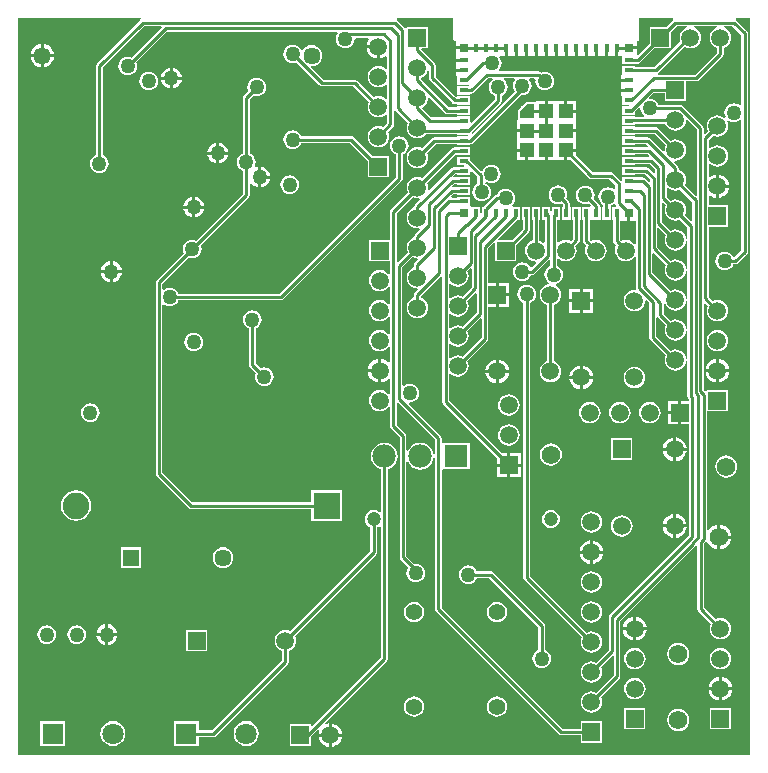
<source format=gtl>
G04*
G04 #@! TF.GenerationSoftware,Altium Limited,Altium Designer,20.0.2 (26)*
G04*
G04 Layer_Physical_Order=1*
G04 Layer_Color=255*
%FSLAX44Y44*%
%MOMM*%
G71*
G01*
G75*
%ADD15C,0.2540*%
%ADD16R,0.8000X0.8000*%
%ADD17R,0.8000X0.4000*%
%ADD18R,0.4000X0.8000*%
%ADD19R,1.2000X1.2000*%
%ADD26C,1.5700*%
%ADD35C,1.4500*%
%ADD36R,1.4500X1.4500*%
%ADD42R,0.4000X0.4000*%
%ADD43R,1.5000X1.5000*%
%ADD44C,1.5000*%
%ADD45R,1.5000X1.5000*%
%ADD46R,1.5080X1.5080*%
%ADD47C,1.5080*%
%ADD48C,1.9650*%
%ADD49R,1.9650X1.9650*%
%ADD50C,1.2690*%
%ADD51C,1.4000*%
%ADD52C,1.2000*%
%ADD53C,2.2500*%
%ADD54R,2.2500X2.2500*%
%ADD55R,1.8000X1.8000*%
%ADD56C,1.8000*%
%ADD57C,1.2700*%
G36*
X845517Y1279855D02*
X843811Y1279149D01*
X841927Y1277703D01*
X840481Y1275819D01*
X839572Y1273625D01*
X839262Y1271270D01*
X839572Y1268915D01*
X840481Y1266721D01*
X841927Y1264837D01*
X843811Y1263391D01*
X845515Y1262685D01*
Y1258478D01*
X826992Y1239955D01*
X795882D01*
X795497Y1241225D01*
X796011Y1241569D01*
X818085Y1263642D01*
X818411Y1263391D01*
X820605Y1262482D01*
X822960Y1262172D01*
X825315Y1262482D01*
X827509Y1263391D01*
X829393Y1264837D01*
X830839Y1266721D01*
X831748Y1268915D01*
X832058Y1271270D01*
X831748Y1273625D01*
X830839Y1275819D01*
X829393Y1277703D01*
X827509Y1279149D01*
X825803Y1279855D01*
X826056Y1281125D01*
X845264D01*
X845517Y1279855D01*
D02*
G37*
G36*
X808315Y1287554D02*
X808249Y1285981D01*
X802557Y1280290D01*
X788540D01*
Y1266273D01*
X778840Y1256573D01*
X777570Y1257099D01*
Y1261250D01*
X771030D01*
Y1263790D01*
X777570D01*
Y1268125D01*
X778030D01*
X779193Y1268607D01*
X779675Y1269770D01*
Y1287780D01*
X808143D01*
X808315Y1287554D01*
D02*
G37*
G36*
X873760Y664210D02*
X254000D01*
X254000Y1287780D01*
X357293D01*
X357465Y1287554D01*
X357399Y1285981D01*
X320569Y1249151D01*
X319952Y1248229D01*
X319735Y1247140D01*
Y1171930D01*
X318611Y1171464D01*
X316967Y1170203D01*
X315706Y1168559D01*
X314913Y1166645D01*
X314642Y1164590D01*
X314913Y1162535D01*
X315706Y1160621D01*
X316967Y1158977D01*
X318611Y1157716D01*
X320526Y1156923D01*
X322580Y1156652D01*
X324635Y1156923D01*
X326549Y1157716D01*
X328193Y1158977D01*
X329454Y1160621D01*
X330247Y1162535D01*
X330518Y1164590D01*
X330247Y1166645D01*
X329454Y1168559D01*
X328193Y1170203D01*
X326549Y1171464D01*
X325425Y1171930D01*
Y1245962D01*
X360588Y1281125D01*
X375013D01*
X375499Y1279952D01*
X349889Y1254342D01*
X348764Y1254807D01*
X346710Y1255078D01*
X344655Y1254807D01*
X342741Y1254014D01*
X341097Y1252753D01*
X339836Y1251109D01*
X339043Y1249194D01*
X338772Y1247140D01*
X339043Y1245086D01*
X339836Y1243171D01*
X341097Y1241527D01*
X342741Y1240266D01*
X344655Y1239473D01*
X346710Y1239202D01*
X348764Y1239473D01*
X350679Y1240266D01*
X352323Y1241527D01*
X353584Y1243171D01*
X354377Y1245086D01*
X354648Y1247140D01*
X354377Y1249194D01*
X353912Y1250319D01*
X379888Y1276295D01*
X524170D01*
X524796Y1275025D01*
X523986Y1273969D01*
X523193Y1272055D01*
X522922Y1270000D01*
X523193Y1267945D01*
X523986Y1266031D01*
X525247Y1264387D01*
X526891Y1263126D01*
X528806Y1262333D01*
X530860Y1262062D01*
X532915Y1262333D01*
X534829Y1263126D01*
X536473Y1264387D01*
X537734Y1266031D01*
X538527Y1267945D01*
X538798Y1270000D01*
X538779Y1270141D01*
X539617Y1271095D01*
X550257D01*
X550883Y1269825D01*
X550030Y1268713D01*
X549018Y1266271D01*
X548841Y1264920D01*
X558800D01*
Y1263650D01*
X560070D01*
Y1253691D01*
X561421Y1253868D01*
X563863Y1254880D01*
X564975Y1255733D01*
X566245Y1255107D01*
Y1245276D01*
X564975Y1244881D01*
X563349Y1246129D01*
X561155Y1247038D01*
X558800Y1247348D01*
X556445Y1247038D01*
X554251Y1246129D01*
X552367Y1244683D01*
X550921Y1242799D01*
X550012Y1240605D01*
X549702Y1238250D01*
X550012Y1235895D01*
X550921Y1233701D01*
X552367Y1231817D01*
X554251Y1230371D01*
X556445Y1229462D01*
X558800Y1229152D01*
X561155Y1229462D01*
X563349Y1230371D01*
X564975Y1231619D01*
X566245Y1231224D01*
Y1219876D01*
X564975Y1219481D01*
X563349Y1220729D01*
X561155Y1221638D01*
X558800Y1221948D01*
X556445Y1221638D01*
X554741Y1220932D01*
X540906Y1234766D01*
X539984Y1235383D01*
X538895Y1235600D01*
X512133D01*
X501677Y1246056D01*
X502045Y1246803D01*
X502342Y1247187D01*
X504609Y1247486D01*
X506743Y1248370D01*
X508575Y1249775D01*
X509981Y1251607D01*
X510864Y1253741D01*
X511166Y1256030D01*
X510864Y1258319D01*
X509981Y1260453D01*
X508575Y1262285D01*
X506743Y1263690D01*
X504609Y1264574D01*
X502320Y1264876D01*
X500031Y1264574D01*
X497897Y1263690D01*
X496065Y1262285D01*
X494879Y1260739D01*
X493869Y1260720D01*
X493454Y1260860D01*
X493284Y1261269D01*
X492023Y1262913D01*
X490379Y1264174D01*
X488465Y1264967D01*
X486410Y1265238D01*
X484356Y1264967D01*
X482441Y1264174D01*
X480797Y1262913D01*
X479536Y1261269D01*
X478743Y1259354D01*
X478472Y1257300D01*
X478743Y1255246D01*
X479536Y1253331D01*
X480797Y1251687D01*
X482441Y1250426D01*
X484356Y1249633D01*
X486410Y1249362D01*
X488465Y1249633D01*
X489589Y1250098D01*
X508943Y1230744D01*
X509866Y1230127D01*
X510955Y1229910D01*
X537717D01*
X550718Y1216909D01*
X550012Y1215205D01*
X549702Y1212850D01*
X550012Y1210495D01*
X550921Y1208301D01*
X552367Y1206417D01*
X554251Y1204971D01*
X556445Y1204062D01*
X558800Y1203752D01*
X561155Y1204062D01*
X563349Y1204971D01*
X564975Y1206219D01*
X566245Y1205824D01*
Y1198918D01*
X562859Y1195532D01*
X561155Y1196238D01*
X558800Y1196548D01*
X556445Y1196238D01*
X554251Y1195329D01*
X552367Y1193883D01*
X550921Y1191999D01*
X550012Y1189805D01*
X549702Y1187450D01*
X550012Y1185095D01*
X550921Y1182901D01*
X552367Y1181017D01*
X554251Y1179571D01*
X556445Y1178662D01*
X558800Y1178352D01*
X561155Y1178662D01*
X563349Y1179571D01*
X565233Y1181017D01*
X566679Y1182901D01*
X567588Y1185095D01*
X567898Y1187450D01*
X567588Y1189805D01*
X566882Y1191509D01*
X571101Y1195729D01*
X571718Y1196651D01*
X571935Y1197740D01*
Y1209200D01*
X572569Y1209552D01*
X573204Y1209663D01*
X583738Y1199129D01*
X583032Y1197425D01*
X582722Y1195070D01*
X583032Y1192715D01*
X583941Y1190521D01*
X585387Y1188637D01*
X587271Y1187191D01*
X589465Y1186282D01*
X591820Y1185972D01*
X594175Y1186282D01*
X596369Y1187191D01*
X598253Y1188637D01*
X599050Y1189675D01*
X625510D01*
Y1189000D01*
X634490D01*
X635168Y1187730D01*
X635041Y1187540D01*
X625510D01*
Y1186865D01*
X606170D01*
X605081Y1186648D01*
X604159Y1186031D01*
X595879Y1177752D01*
X594175Y1178458D01*
X591820Y1178768D01*
X589465Y1178458D01*
X587271Y1177549D01*
X585387Y1176103D01*
X583941Y1174219D01*
X583032Y1172025D01*
X582722Y1169670D01*
X583032Y1167315D01*
X583941Y1165121D01*
X585387Y1163237D01*
X587271Y1161791D01*
X589465Y1160882D01*
X591820Y1160572D01*
X594175Y1160882D01*
X596369Y1161791D01*
X598253Y1163237D01*
X599699Y1165121D01*
X600608Y1167315D01*
X600918Y1169670D01*
X600608Y1172025D01*
X599902Y1173729D01*
X607348Y1181175D01*
X625510D01*
Y1180500D01*
X636550D01*
Y1181175D01*
X636650D01*
X637739Y1181392D01*
X638661Y1182009D01*
X679505Y1222852D01*
X680720Y1222692D01*
X682775Y1222963D01*
X684689Y1223756D01*
X686333Y1225017D01*
X687594Y1226661D01*
X688387Y1228576D01*
X688658Y1230630D01*
X688387Y1232684D01*
X687594Y1234599D01*
X686784Y1235655D01*
X687410Y1236925D01*
X690996D01*
X691992Y1235655D01*
X691832Y1234440D01*
X692103Y1232385D01*
X692896Y1230471D01*
X694157Y1228827D01*
X695801Y1227566D01*
X697716Y1226773D01*
X699770Y1226502D01*
X701824Y1226773D01*
X703739Y1227566D01*
X705383Y1228827D01*
X706644Y1230471D01*
X707437Y1232385D01*
X707708Y1234440D01*
X707437Y1236495D01*
X706644Y1238409D01*
X705383Y1240053D01*
X703739Y1241314D01*
X701824Y1242107D01*
X699770Y1242378D01*
X697716Y1242107D01*
X696591Y1241642D01*
X696451Y1241781D01*
X695529Y1242398D01*
X694440Y1242615D01*
X661126D01*
X660695Y1243885D01*
X660933Y1244067D01*
X662194Y1245711D01*
X662987Y1247626D01*
X663258Y1249680D01*
X662987Y1251734D01*
X662194Y1253649D01*
X661380Y1254710D01*
X662007Y1255980D01*
X665760D01*
Y1262520D01*
X668300D01*
Y1255980D01*
X674260D01*
Y1262520D01*
X676800D01*
Y1255980D01*
X682760D01*
Y1262520D01*
X685300D01*
Y1255980D01*
X691260D01*
Y1262520D01*
X693800D01*
Y1255980D01*
X699760D01*
Y1262520D01*
X702300D01*
Y1255980D01*
X708260D01*
Y1262520D01*
X710800D01*
Y1255980D01*
X716760D01*
Y1262520D01*
X719300D01*
Y1255980D01*
X725260D01*
Y1262520D01*
X727800D01*
Y1255980D01*
X733760D01*
Y1262520D01*
X736300D01*
Y1255980D01*
X742260D01*
Y1262520D01*
X744800D01*
Y1255980D01*
X750760D01*
Y1262520D01*
X753300D01*
Y1255980D01*
X759260D01*
Y1262520D01*
X761800D01*
Y1255980D01*
X764422D01*
X765510Y1255540D01*
X765510Y1254710D01*
Y1248500D01*
X776550D01*
Y1249175D01*
X778310D01*
X779399Y1249392D01*
X780321Y1250009D01*
X792563Y1262250D01*
X806580D01*
Y1276267D01*
X811438Y1281125D01*
X819864D01*
X820117Y1279855D01*
X818411Y1279149D01*
X816527Y1277703D01*
X815081Y1275819D01*
X814172Y1273625D01*
X813862Y1271270D01*
X814172Y1268915D01*
X814506Y1268109D01*
X792822Y1246424D01*
X784129D01*
X783828Y1246365D01*
X776550D01*
Y1247040D01*
X765510D01*
X765510Y1240163D01*
X764490Y1239560D01*
X764490Y1239397D01*
X764490Y1239397D01*
Y1236290D01*
X771030D01*
Y1233750D01*
X764490D01*
Y1230480D01*
Y1227790D01*
X771030D01*
Y1225250D01*
X764490D01*
Y1221980D01*
X765510Y1221540D01*
Y1214500D01*
X771006D01*
X771685Y1213230D01*
X771558Y1213040D01*
X765510D01*
Y1206000D01*
X776550D01*
Y1209017D01*
X779648Y1212115D01*
X779833Y1212023D01*
X780753Y1211424D01*
X781003Y1209526D01*
X781796Y1207611D01*
X783057Y1205967D01*
X783881Y1205335D01*
X783450Y1204065D01*
X776550D01*
Y1204540D01*
X765510D01*
Y1197500D01*
X776550D01*
Y1198375D01*
X801758D01*
X802381Y1196871D01*
X803827Y1194987D01*
X805711Y1193541D01*
X807905Y1192632D01*
X810260Y1192322D01*
X812615Y1192632D01*
X814809Y1193541D01*
X816693Y1194987D01*
X818139Y1196871D01*
X819048Y1199065D01*
X819315Y1201098D01*
X820493Y1201716D01*
X828625Y1193584D01*
Y1137937D01*
X827452Y1137451D01*
X818342Y1146561D01*
X819048Y1148265D01*
X819358Y1150620D01*
X819048Y1152975D01*
X818139Y1155169D01*
X816693Y1157053D01*
X814809Y1158499D01*
X813105Y1159205D01*
Y1160780D01*
X812888Y1161869D01*
X812271Y1162791D01*
X809294Y1165768D01*
X809888Y1166971D01*
X810260Y1166922D01*
X812615Y1167232D01*
X814809Y1168141D01*
X816693Y1169587D01*
X818139Y1171471D01*
X819048Y1173665D01*
X819358Y1176020D01*
X819048Y1178375D01*
X818139Y1180569D01*
X816693Y1182453D01*
X814809Y1183899D01*
X812615Y1184808D01*
X810260Y1185118D01*
X807905Y1184808D01*
X806201Y1184102D01*
X795771Y1194531D01*
X794849Y1195148D01*
X793760Y1195365D01*
X776550D01*
Y1196040D01*
X765510D01*
Y1189000D01*
X776550D01*
Y1189675D01*
X792582D01*
X802178Y1180079D01*
X801472Y1178375D01*
X801162Y1176020D01*
X801211Y1175648D01*
X800008Y1175054D01*
X789031Y1186031D01*
X788109Y1186648D01*
X787020Y1186865D01*
X776550D01*
Y1187540D01*
X765510D01*
Y1180500D01*
X776550D01*
Y1181175D01*
X785842D01*
X787383Y1179635D01*
X786857Y1178365D01*
X776550D01*
Y1179040D01*
X765510D01*
Y1172000D01*
X776550D01*
Y1172675D01*
X786722D01*
X788359Y1171038D01*
X787873Y1169865D01*
X776550D01*
Y1170540D01*
X765510D01*
Y1163500D01*
X776550D01*
Y1164175D01*
X788872D01*
X793065Y1159982D01*
Y1156987D01*
X791892Y1156501D01*
X787861Y1160531D01*
X786939Y1161148D01*
X785850Y1161365D01*
X776550D01*
Y1162040D01*
X765510D01*
Y1155000D01*
X776550D01*
Y1155675D01*
X784672D01*
X789006Y1151341D01*
Y1149617D01*
X787832Y1149131D01*
X784931Y1152031D01*
X784009Y1152648D01*
X782920Y1152865D01*
X776550D01*
Y1153540D01*
X765510D01*
Y1150259D01*
X764332Y1149865D01*
X764240Y1149863D01*
X757661Y1156441D01*
X756739Y1157058D01*
X755650Y1157275D01*
X740298D01*
X726070Y1171503D01*
Y1174750D01*
X718800D01*
Y1167480D01*
X722047D01*
X737109Y1152419D01*
X738031Y1151802D01*
X739120Y1151585D01*
X754472D01*
X759405Y1146652D01*
Y1143340D01*
X758135Y1142714D01*
X757079Y1143524D01*
X755164Y1144317D01*
X753110Y1144588D01*
X751056Y1144317D01*
X749141Y1143524D01*
X747497Y1142263D01*
X746236Y1140619D01*
X745443Y1138705D01*
X745172Y1136650D01*
X745443Y1134595D01*
X746236Y1132681D01*
X747497Y1131037D01*
X749090Y1129815D01*
Y1128040D01*
X748510D01*
Y1117000D01*
X755550D01*
Y1128040D01*
X755550Y1128040D01*
X755752Y1129226D01*
X757079Y1129776D01*
X758237Y1130664D01*
X759581Y1130249D01*
X759622Y1130211D01*
X760238Y1129289D01*
X760314Y1129213D01*
X759828Y1128040D01*
X757010D01*
Y1117000D01*
X757685D01*
Y1099105D01*
X757902Y1098016D01*
X758519Y1097093D01*
X760372Y1095240D01*
X759562Y1093285D01*
X759252Y1090930D01*
X759562Y1088575D01*
X760471Y1086381D01*
X761917Y1084497D01*
X763801Y1083051D01*
X765995Y1082142D01*
X768350Y1081832D01*
X770705Y1082142D01*
X772899Y1083051D01*
X774783Y1084497D01*
X775556Y1085504D01*
X776826Y1085073D01*
Y1059048D01*
X776885Y1058751D01*
X775869Y1057604D01*
X775610Y1057638D01*
X773245Y1057327D01*
X771041Y1056414D01*
X769148Y1054962D01*
X767696Y1053069D01*
X766783Y1050865D01*
X766472Y1048500D01*
X766783Y1046135D01*
X767696Y1043931D01*
X769148Y1042038D01*
X771041Y1040586D01*
X773245Y1039673D01*
X775610Y1039362D01*
X777975Y1039673D01*
X780179Y1040586D01*
X782072Y1042038D01*
X783524Y1043931D01*
X784437Y1046135D01*
X784708Y1048192D01*
X785878Y1048818D01*
X788365Y1046330D01*
Y1017270D01*
X788582Y1016181D01*
X789199Y1015259D01*
X802178Y1002279D01*
X801472Y1000575D01*
X801162Y998220D01*
X801472Y995865D01*
X802381Y993671D01*
X803827Y991787D01*
X805711Y990341D01*
X807905Y989432D01*
X810260Y989122D01*
X812615Y989432D01*
X814809Y990341D01*
X816693Y991787D01*
X818139Y993671D01*
X819048Y995865D01*
X819236Y997293D01*
X820506Y997209D01*
Y967480D01*
X820722Y966391D01*
X821339Y965468D01*
X821515Y965292D01*
Y963810D01*
X815340D01*
Y953770D01*
Y943730D01*
X821515D01*
Y849668D01*
X754909Y783061D01*
X754292Y782139D01*
X754075Y781050D01*
Y753018D01*
X743199Y742142D01*
X741495Y742848D01*
X739140Y743158D01*
X736785Y742848D01*
X734591Y741939D01*
X732707Y740493D01*
X731261Y738609D01*
X730352Y736415D01*
X730042Y734060D01*
X730352Y731705D01*
X731261Y729511D01*
X732707Y727627D01*
X734591Y726181D01*
X736785Y725272D01*
X739140Y724962D01*
X741495Y725272D01*
X743689Y726181D01*
X745573Y727627D01*
X747019Y729511D01*
X747928Y731705D01*
X748238Y734060D01*
X747928Y736415D01*
X747222Y738119D01*
X756962Y747859D01*
X758135Y747373D01*
Y731678D01*
X743199Y716742D01*
X741495Y717448D01*
X739140Y717758D01*
X736785Y717448D01*
X734591Y716539D01*
X732707Y715093D01*
X731261Y713209D01*
X730352Y711015D01*
X730042Y708660D01*
X730352Y706305D01*
X731261Y704111D01*
X732707Y702227D01*
X734591Y700781D01*
X736785Y699872D01*
X739140Y699562D01*
X741495Y699872D01*
X743689Y700781D01*
X745573Y702227D01*
X747019Y704111D01*
X747928Y706305D01*
X748238Y708660D01*
X747928Y711015D01*
X747222Y712719D01*
X762991Y728488D01*
X763608Y729411D01*
X763824Y730500D01*
Y776920D01*
X827511Y840607D01*
X827735Y840942D01*
X829005Y840557D01*
Y787400D01*
X829222Y786311D01*
X829839Y785388D01*
X840278Y774949D01*
X839572Y773245D01*
X839262Y770890D01*
X839572Y768535D01*
X840481Y766341D01*
X841927Y764457D01*
X843811Y763011D01*
X846005Y762102D01*
X848360Y761792D01*
X850715Y762102D01*
X852909Y763011D01*
X854793Y764457D01*
X856239Y766341D01*
X857148Y768535D01*
X857458Y770890D01*
X857148Y773245D01*
X856239Y775439D01*
X854793Y777323D01*
X852909Y778769D01*
X850715Y779678D01*
X848360Y779988D01*
X846005Y779678D01*
X844301Y778972D01*
X834695Y788578D01*
Y843227D01*
X834695Y843227D01*
Y843319D01*
X836012Y844636D01*
X837277Y844504D01*
X837495Y844375D01*
X838014Y843120D01*
X839680Y840950D01*
X841850Y839284D01*
X844378Y838237D01*
X845820Y838047D01*
Y848360D01*
Y858672D01*
X844378Y858483D01*
X841850Y857436D01*
X839680Y855770D01*
X838505Y854239D01*
X837235Y854670D01*
Y954910D01*
X854840D01*
Y972950D01*
X836800D01*
Y972419D01*
X835530Y971893D01*
X834315Y973108D01*
Y1045953D01*
X835488Y1046439D01*
X837738Y1044189D01*
X837032Y1042485D01*
X836722Y1040130D01*
X837032Y1037775D01*
X837941Y1035581D01*
X839387Y1033697D01*
X841271Y1032251D01*
X843465Y1031342D01*
X845820Y1031032D01*
X848175Y1031342D01*
X850369Y1032251D01*
X852253Y1033697D01*
X853699Y1035581D01*
X854608Y1037775D01*
X854918Y1040130D01*
X854608Y1042485D01*
X853699Y1044679D01*
X852253Y1046563D01*
X850369Y1048009D01*
X848175Y1048918D01*
X845820Y1049228D01*
X843465Y1048918D01*
X841761Y1048212D01*
X838375Y1051598D01*
Y1111120D01*
X854840D01*
Y1129160D01*
X838375D01*
Y1136997D01*
X839645Y1137623D01*
X840757Y1136770D01*
X843199Y1135758D01*
X844550Y1135581D01*
Y1145540D01*
Y1155499D01*
X843199Y1155322D01*
X840757Y1154310D01*
X839645Y1153457D01*
X838375Y1154083D01*
Y1163913D01*
X839645Y1164309D01*
X841271Y1163061D01*
X843465Y1162152D01*
X845820Y1161842D01*
X848175Y1162152D01*
X850369Y1163061D01*
X852253Y1164507D01*
X853699Y1166391D01*
X854608Y1168585D01*
X854918Y1170940D01*
X854608Y1173295D01*
X853699Y1175489D01*
X852253Y1177373D01*
X850369Y1178819D01*
X848175Y1179728D01*
X845820Y1180038D01*
X843465Y1179728D01*
X841271Y1178819D01*
X839645Y1177571D01*
X838375Y1177967D01*
Y1184872D01*
X841761Y1188258D01*
X843465Y1187552D01*
X845820Y1187242D01*
X848175Y1187552D01*
X850369Y1188461D01*
X852253Y1189907D01*
X853699Y1191791D01*
X854608Y1193985D01*
X854918Y1196340D01*
X854608Y1198695D01*
X853699Y1200889D01*
X853635Y1200972D01*
X854541Y1201878D01*
X855821Y1200896D01*
X857736Y1200103D01*
X859790Y1199832D01*
X861844Y1200103D01*
X863759Y1200896D01*
X864815Y1201706D01*
X866085Y1201080D01*
Y1091088D01*
X860591Y1085594D01*
X859093Y1085892D01*
X859044Y1086009D01*
X857783Y1087653D01*
X856139Y1088914D01*
X854224Y1089707D01*
X852170Y1089978D01*
X850116Y1089707D01*
X848201Y1088914D01*
X846557Y1087653D01*
X845296Y1086009D01*
X844503Y1084094D01*
X844232Y1082040D01*
X844503Y1079986D01*
X845296Y1078071D01*
X846557Y1076427D01*
X848201Y1075166D01*
X850116Y1074373D01*
X852170Y1074102D01*
X854224Y1074373D01*
X856139Y1075166D01*
X857783Y1076427D01*
X859044Y1078071D01*
X859510Y1079195D01*
X861060D01*
X862149Y1079412D01*
X863071Y1080029D01*
X870941Y1087898D01*
X871558Y1088821D01*
X871775Y1089910D01*
Y1274830D01*
X871558Y1275919D01*
X870941Y1276842D01*
X861801Y1285981D01*
X861735Y1287554D01*
X861907Y1287780D01*
X873760D01*
X873760Y664210D01*
D02*
G37*
G36*
X866085Y1273652D02*
Y1214460D01*
X864815Y1213834D01*
X863759Y1214644D01*
X861844Y1215437D01*
X859790Y1215708D01*
X857736Y1215437D01*
X855821Y1214644D01*
X854177Y1213383D01*
X852916Y1211739D01*
X852123Y1209825D01*
X851852Y1207770D01*
X852123Y1205715D01*
X852916Y1203801D01*
X851905Y1203040D01*
X850369Y1204219D01*
X848175Y1205128D01*
X845820Y1205438D01*
X843465Y1205128D01*
X841271Y1204219D01*
X839387Y1202773D01*
X837941Y1200889D01*
X837032Y1198695D01*
X836722Y1196340D01*
X837032Y1193985D01*
X837738Y1192281D01*
X835488Y1190031D01*
X834315Y1190517D01*
Y1194762D01*
X834098Y1195851D01*
X833482Y1196774D01*
X816534Y1213721D01*
X815611Y1214338D01*
X814522Y1214555D01*
X795956D01*
X795544Y1215549D01*
X794283Y1217193D01*
X792639Y1218454D01*
X790724Y1219247D01*
X788826Y1219497D01*
X788226Y1220417D01*
X788135Y1220602D01*
X791508Y1223975D01*
X801240D01*
Y1217800D01*
X819280D01*
Y1234265D01*
X828170D01*
X829258Y1234482D01*
X830181Y1235098D01*
X850371Y1255289D01*
X850988Y1256211D01*
X851205Y1257300D01*
Y1262685D01*
X852909Y1263391D01*
X854793Y1264837D01*
X856239Y1266721D01*
X857148Y1268915D01*
X857458Y1271270D01*
X857148Y1273625D01*
X856239Y1275819D01*
X854793Y1277703D01*
X852909Y1279149D01*
X851203Y1279855D01*
X851456Y1281125D01*
X858612D01*
X866085Y1273652D01*
D02*
G37*
G36*
X622385Y1269770D02*
X622867Y1268607D01*
X624030Y1268125D01*
X624490D01*
Y1263790D01*
X631030D01*
Y1261250D01*
X624490D01*
Y1255980D01*
Y1253290D01*
X631030D01*
Y1250750D01*
X624490D01*
Y1247480D01*
Y1244790D01*
X631030D01*
Y1242250D01*
X624490D01*
Y1238980D01*
X625510Y1238540D01*
Y1231500D01*
X635233D01*
X636029Y1230230D01*
X635936Y1230040D01*
X625510D01*
Y1223000D01*
X636550D01*
Y1223825D01*
X637390D01*
X638479Y1224042D01*
X639401Y1224659D01*
X651668Y1236925D01*
X655245D01*
X655676Y1235655D01*
X654787Y1234973D01*
X653526Y1233329D01*
X652733Y1231414D01*
X652462Y1229360D01*
X652733Y1227306D01*
X653526Y1225391D01*
X654787Y1223747D01*
X656431Y1222486D01*
X657555Y1222020D01*
Y1219108D01*
X637723Y1199276D01*
X636550Y1199762D01*
Y1204540D01*
X625510D01*
Y1203865D01*
X603558D01*
X596090Y1211333D01*
X596253Y1212150D01*
X596515Y1212703D01*
X598253Y1214037D01*
X599699Y1215921D01*
X600608Y1218115D01*
X600875Y1220148D01*
X602053Y1220766D01*
X615311Y1207509D01*
X616234Y1206892D01*
X617322Y1206675D01*
X625510D01*
Y1206000D01*
X636550D01*
Y1213040D01*
X625510D01*
Y1212365D01*
X618500D01*
X594753Y1236112D01*
X594888Y1237378D01*
X596369Y1237991D01*
X598253Y1239437D01*
X599699Y1241321D01*
X600405Y1243027D01*
X601675Y1242774D01*
Y1236980D01*
X601892Y1235891D01*
X602509Y1234969D01*
X621469Y1216009D01*
X622391Y1215392D01*
X623480Y1215175D01*
X625510D01*
Y1214500D01*
X636550D01*
Y1221540D01*
X625510D01*
Y1221540D01*
X624240Y1221283D01*
X607365Y1238158D01*
Y1247722D01*
X607148Y1248811D01*
X606531Y1249734D01*
X595285Y1260980D01*
X595811Y1262250D01*
X600840D01*
Y1280290D01*
X582800D01*
Y1279420D01*
X581543Y1279015D01*
X581131Y1279632D01*
X574781Y1285981D01*
X574715Y1287554D01*
X574887Y1287780D01*
X622385D01*
Y1269770D01*
D02*
G37*
G36*
X674656Y1235655D02*
X673846Y1234599D01*
X673053Y1232684D01*
X672782Y1230630D01*
X673053Y1228576D01*
X673846Y1226661D01*
X674463Y1225856D01*
X638617Y1190010D01*
X638614Y1190009D01*
X637314Y1190503D01*
X637297Y1190804D01*
X662411Y1215919D01*
X663028Y1216841D01*
X663245Y1217930D01*
Y1222020D01*
X664369Y1222486D01*
X666013Y1223747D01*
X667274Y1225391D01*
X668067Y1227306D01*
X668338Y1229360D01*
X668067Y1231414D01*
X667274Y1233329D01*
X666013Y1234973D01*
X665124Y1235655D01*
X665555Y1236925D01*
X674030D01*
X674656Y1235655D01*
D02*
G37*
G36*
X805711Y1142741D02*
X807905Y1141832D01*
X810260Y1141522D01*
X812615Y1141832D01*
X814319Y1142538D01*
X824566Y1132291D01*
Y1116597D01*
X823392Y1116111D01*
X818342Y1121161D01*
X819048Y1122865D01*
X819358Y1125220D01*
X819048Y1127575D01*
X818139Y1129769D01*
X816693Y1131653D01*
X814809Y1133099D01*
X812615Y1134008D01*
X810260Y1134318D01*
X807905Y1134008D01*
X806201Y1133302D01*
X802815Y1136688D01*
Y1143594D01*
X804085Y1143989D01*
X805711Y1142741D01*
D02*
G37*
G36*
X802178Y1129279D02*
X801472Y1127575D01*
X801162Y1125220D01*
X801472Y1122865D01*
X802381Y1120671D01*
X803827Y1118787D01*
X805711Y1117341D01*
X807905Y1116432D01*
X810260Y1116122D01*
X812615Y1116432D01*
X814319Y1117138D01*
X820506Y1110952D01*
Y1100831D01*
X819236Y1100747D01*
X819048Y1102175D01*
X818139Y1104369D01*
X816693Y1106253D01*
X814809Y1107699D01*
X812615Y1108608D01*
X810260Y1108918D01*
X807905Y1108608D01*
X806201Y1107902D01*
X798755Y1115348D01*
Y1131043D01*
X799928Y1131529D01*
X802178Y1129279D01*
D02*
G37*
G36*
X772300Y1115980D02*
X776826D01*
Y1096787D01*
X775556Y1096356D01*
X774783Y1097363D01*
X772899Y1098809D01*
X770705Y1099718D01*
X768350Y1100028D01*
X765995Y1099718D01*
X764542Y1099116D01*
X763375Y1100283D01*
Y1115607D01*
X764490Y1115980D01*
X764490Y1115980D01*
X769760D01*
Y1122520D01*
X772300D01*
Y1115980D01*
D02*
G37*
G36*
X802178Y1103879D02*
X801472Y1102175D01*
X801162Y1099820D01*
X801472Y1097465D01*
X802381Y1095271D01*
X803827Y1093387D01*
X805711Y1091941D01*
X807905Y1091032D01*
X810260Y1090722D01*
X812615Y1091032D01*
X814809Y1091941D01*
X816693Y1093387D01*
X818139Y1095271D01*
X819048Y1097465D01*
X819236Y1098893D01*
X820506Y1098809D01*
Y1075431D01*
X819236Y1075347D01*
X819048Y1076775D01*
X818139Y1078969D01*
X816693Y1080853D01*
X814809Y1082299D01*
X812615Y1083208D01*
X810260Y1083518D01*
X807905Y1083208D01*
X806201Y1082502D01*
X794695Y1094008D01*
Y1109703D01*
X795868Y1110189D01*
X802178Y1103879D01*
D02*
G37*
G36*
Y1078479D02*
X801472Y1076775D01*
X801162Y1074420D01*
X801472Y1072065D01*
X802381Y1069871D01*
X803827Y1067987D01*
X805711Y1066541D01*
X807905Y1065632D01*
X810260Y1065322D01*
X812615Y1065632D01*
X814809Y1066541D01*
X816693Y1067987D01*
X818139Y1069871D01*
X819048Y1072065D01*
X819236Y1073493D01*
X820506Y1073409D01*
Y1050031D01*
X819236Y1049947D01*
X819048Y1051375D01*
X818139Y1053569D01*
X816693Y1055453D01*
X814809Y1056899D01*
X812615Y1057808D01*
X810260Y1058118D01*
X807905Y1057808D01*
X806201Y1057102D01*
X790635Y1072668D01*
Y1088363D01*
X791808Y1088849D01*
X802178Y1078479D01*
D02*
G37*
G36*
X820506Y1048009D02*
Y1024631D01*
X819236Y1024547D01*
X819048Y1025975D01*
X818139Y1028169D01*
X816693Y1030053D01*
X814809Y1031499D01*
X812615Y1032408D01*
X810260Y1032718D01*
X807905Y1032408D01*
X806201Y1031702D01*
X800405Y1037498D01*
Y1045924D01*
X801675Y1046177D01*
X802381Y1044471D01*
X803827Y1042587D01*
X805711Y1041141D01*
X807905Y1040232D01*
X810260Y1039922D01*
X812615Y1040232D01*
X814809Y1041141D01*
X816693Y1042587D01*
X818139Y1044471D01*
X819048Y1046665D01*
X819236Y1048093D01*
X820506Y1048009D01*
D02*
G37*
G36*
X795549Y1034309D02*
X802178Y1027679D01*
X801472Y1025975D01*
X801162Y1023620D01*
X801472Y1021265D01*
X802381Y1019071D01*
X803827Y1017187D01*
X805711Y1015741D01*
X807905Y1014832D01*
X810260Y1014522D01*
X812615Y1014832D01*
X814809Y1015741D01*
X816693Y1017187D01*
X818139Y1019071D01*
X819048Y1021265D01*
X819236Y1022693D01*
X820506Y1022609D01*
Y999231D01*
X819236Y999147D01*
X819048Y1000575D01*
X818139Y1002769D01*
X816693Y1004653D01*
X814809Y1006099D01*
X812615Y1007008D01*
X810260Y1007318D01*
X807905Y1007008D01*
X806201Y1006302D01*
X794055Y1018448D01*
Y1034258D01*
X795325Y1034644D01*
X795549Y1034309D01*
D02*
G37*
%LPC*%
G36*
X275590Y1265737D02*
Y1257300D01*
X284027D01*
X283858Y1258586D01*
X282871Y1260967D01*
X281302Y1263012D01*
X279257Y1264582D01*
X276876Y1265568D01*
X275590Y1265737D01*
D02*
G37*
G36*
X273050D02*
X271764Y1265568D01*
X269383Y1264582D01*
X267338Y1263012D01*
X265769Y1260967D01*
X264782Y1258586D01*
X264613Y1257300D01*
X273050D01*
Y1265737D01*
D02*
G37*
G36*
X557530Y1262380D02*
X548841D01*
X549018Y1261029D01*
X550030Y1258587D01*
X551639Y1256489D01*
X553737Y1254880D01*
X556179Y1253868D01*
X557530Y1253691D01*
Y1262380D01*
D02*
G37*
G36*
X284027Y1254760D02*
X275590D01*
Y1246323D01*
X276876Y1246492D01*
X279257Y1247478D01*
X281302Y1249048D01*
X282871Y1251093D01*
X283858Y1253474D01*
X284027Y1254760D01*
D02*
G37*
G36*
X273050D02*
X264613D01*
X264782Y1253474D01*
X265769Y1251093D01*
X267338Y1249048D01*
X269383Y1247478D01*
X271764Y1246492D01*
X273050Y1246323D01*
Y1254760D01*
D02*
G37*
G36*
X384810Y1245779D02*
Y1238250D01*
X392340D01*
X392201Y1239301D01*
X391305Y1241463D01*
X389880Y1243320D01*
X388023Y1244745D01*
X385861Y1245641D01*
X384810Y1245779D01*
D02*
G37*
G36*
X382270D02*
X381219Y1245641D01*
X379057Y1244745D01*
X377200Y1243320D01*
X375775Y1241463D01*
X374879Y1239301D01*
X374740Y1238250D01*
X382270D01*
Y1245779D01*
D02*
G37*
G36*
X392340Y1235710D02*
X384810D01*
Y1228180D01*
X385861Y1228319D01*
X388023Y1229215D01*
X389880Y1230640D01*
X391305Y1232497D01*
X392201Y1234659D01*
X392340Y1235710D01*
D02*
G37*
G36*
X382270D02*
X374740D01*
X374879Y1234659D01*
X375775Y1232497D01*
X377200Y1230640D01*
X379057Y1229215D01*
X381219Y1228319D01*
X382270Y1228180D01*
Y1235710D01*
D02*
G37*
G36*
X364490Y1242378D02*
X362435Y1242107D01*
X360521Y1241314D01*
X358877Y1240053D01*
X357616Y1238409D01*
X356823Y1236495D01*
X356552Y1234440D01*
X356823Y1232385D01*
X357616Y1230471D01*
X358877Y1228827D01*
X360521Y1227566D01*
X362435Y1226773D01*
X364490Y1226502D01*
X366544Y1226773D01*
X368459Y1227566D01*
X370103Y1228827D01*
X371364Y1230471D01*
X372157Y1232385D01*
X372428Y1234440D01*
X372157Y1236495D01*
X371364Y1238409D01*
X370103Y1240053D01*
X368459Y1241314D01*
X366544Y1242107D01*
X364490Y1242378D01*
D02*
G37*
G36*
X455930Y1237298D02*
X453876Y1237027D01*
X451961Y1236234D01*
X450317Y1234973D01*
X449056Y1233329D01*
X448263Y1231414D01*
X447992Y1229360D01*
X448263Y1227306D01*
X448728Y1226181D01*
X445029Y1222481D01*
X444412Y1221559D01*
X444195Y1220470D01*
Y1173200D01*
X443071Y1172734D01*
X441427Y1171473D01*
X440166Y1169829D01*
X439373Y1167915D01*
X439102Y1165860D01*
X439373Y1163805D01*
X440166Y1161891D01*
X441427Y1160247D01*
X443071Y1158986D01*
X444195Y1158520D01*
Y1139098D01*
X404499Y1099402D01*
X403374Y1099867D01*
X401320Y1100138D01*
X399266Y1099867D01*
X397351Y1099074D01*
X395707Y1097813D01*
X394446Y1096169D01*
X393653Y1094255D01*
X393382Y1092200D01*
X393653Y1090145D01*
X394118Y1089021D01*
X371119Y1066021D01*
X370502Y1065099D01*
X370285Y1064010D01*
Y901950D01*
X370502Y900861D01*
X371119Y899939D01*
X398039Y873019D01*
X398961Y872402D01*
X400050Y872185D01*
X502170D01*
Y862260D01*
X527710D01*
Y887800D01*
X502170D01*
Y877875D01*
X401228D01*
X375975Y903128D01*
Y1044870D01*
X377245Y1045496D01*
X378301Y1044686D01*
X380215Y1043893D01*
X382270Y1043622D01*
X384324Y1043893D01*
X386239Y1044686D01*
X387883Y1045947D01*
X389144Y1047591D01*
X389610Y1048715D01*
X476250D01*
X477339Y1048932D01*
X478261Y1049549D01*
X578591Y1149879D01*
X579208Y1150801D01*
X579425Y1151890D01*
Y1172490D01*
X580549Y1172956D01*
X582193Y1174217D01*
X583454Y1175861D01*
X584247Y1177775D01*
X584518Y1179830D01*
X584247Y1181885D01*
X583454Y1183799D01*
X582193Y1185443D01*
X580549Y1186704D01*
X578634Y1187497D01*
X576580Y1187768D01*
X574525Y1187497D01*
X572611Y1186704D01*
X570967Y1185443D01*
X569706Y1183799D01*
X568913Y1181885D01*
X568642Y1179830D01*
X568913Y1177775D01*
X569706Y1175861D01*
X570967Y1174217D01*
X572611Y1172956D01*
X573735Y1172490D01*
Y1153068D01*
X475072Y1054405D01*
X389610D01*
X389144Y1055529D01*
X387883Y1057173D01*
X386239Y1058434D01*
X384324Y1059227D01*
X382270Y1059498D01*
X380215Y1059227D01*
X378301Y1058434D01*
X377245Y1057624D01*
X375975Y1058250D01*
Y1062832D01*
X398141Y1084998D01*
X399266Y1084533D01*
X401320Y1084262D01*
X403374Y1084533D01*
X405289Y1085326D01*
X406933Y1086587D01*
X408194Y1088231D01*
X408987Y1090145D01*
X409258Y1092200D01*
X408987Y1094255D01*
X408522Y1095379D01*
X449051Y1135909D01*
X449668Y1136831D01*
X449885Y1137920D01*
Y1147659D01*
X451155Y1148090D01*
X452130Y1146820D01*
X453987Y1145395D01*
X456149Y1144499D01*
X457200Y1144361D01*
Y1153160D01*
Y1161960D01*
X456149Y1161821D01*
X455047Y1161365D01*
X454104Y1162349D01*
X454707Y1163805D01*
X454978Y1165860D01*
X454707Y1167915D01*
X453914Y1169829D01*
X452653Y1171473D01*
X451009Y1172734D01*
X449885Y1173200D01*
Y1219292D01*
X452751Y1222158D01*
X453876Y1221693D01*
X455930Y1221422D01*
X457985Y1221693D01*
X459899Y1222486D01*
X461543Y1223747D01*
X462804Y1225391D01*
X463597Y1227306D01*
X463868Y1229360D01*
X463597Y1231414D01*
X462804Y1233329D01*
X461543Y1234973D01*
X459899Y1236234D01*
X457985Y1237027D01*
X455930Y1237298D01*
D02*
G37*
G36*
X726070Y1217560D02*
X718800D01*
Y1210290D01*
X726070D01*
Y1217560D01*
D02*
G37*
G36*
X716260D02*
X702300D01*
Y1209020D01*
X699760D01*
Y1217560D01*
X692490D01*
Y1217046D01*
X691220Y1216379D01*
X690530Y1216665D01*
X684530D01*
X683367Y1216183D01*
X680743Y1213560D01*
X679990D01*
Y1212807D01*
X677367Y1210183D01*
X676885Y1209020D01*
Y1203020D01*
X677171Y1202330D01*
X676504Y1201060D01*
X675990D01*
Y1193790D01*
X684530D01*
Y1191250D01*
X675990D01*
Y1183980D01*
Y1177290D01*
X684530D01*
Y1176020D01*
X685800D01*
Y1167480D01*
X699760D01*
Y1176020D01*
X702300D01*
Y1167480D01*
X716260D01*
Y1176020D01*
X717530D01*
Y1177290D01*
X726070D01*
Y1183980D01*
Y1191250D01*
X717530D01*
Y1193790D01*
X726070D01*
Y1200480D01*
Y1207750D01*
X717530D01*
Y1209020D01*
X716260D01*
Y1217560D01*
D02*
G37*
G36*
X424180Y1182280D02*
Y1174750D01*
X431710D01*
X431571Y1175801D01*
X430675Y1177963D01*
X429250Y1179820D01*
X427393Y1181245D01*
X425231Y1182141D01*
X424180Y1182280D01*
D02*
G37*
G36*
X421640D02*
X420589Y1182141D01*
X418427Y1181245D01*
X416570Y1179820D01*
X415145Y1177963D01*
X414249Y1175801D01*
X414110Y1174750D01*
X421640D01*
Y1182280D01*
D02*
G37*
G36*
X636550Y1179040D02*
X625510D01*
Y1178365D01*
X623070D01*
X621981Y1178148D01*
X621059Y1177531D01*
X595879Y1152352D01*
X594175Y1153058D01*
X591820Y1153368D01*
X589465Y1153058D01*
X587271Y1152149D01*
X585387Y1150703D01*
X583941Y1148819D01*
X583032Y1146625D01*
X582722Y1144270D01*
X583032Y1141915D01*
X583738Y1140211D01*
X569489Y1125961D01*
X568872Y1125039D01*
X568655Y1123950D01*
Y1099950D01*
X551050D01*
Y1081910D01*
X568655D01*
Y1071244D01*
X567385Y1070813D01*
X566503Y1071963D01*
X564619Y1073409D01*
X562425Y1074318D01*
X560070Y1074628D01*
X557715Y1074318D01*
X555521Y1073409D01*
X553637Y1071963D01*
X552191Y1070079D01*
X551282Y1067885D01*
X550972Y1065530D01*
X551282Y1063175D01*
X552191Y1060981D01*
X553637Y1059097D01*
X555521Y1057651D01*
X557715Y1056742D01*
X560070Y1056432D01*
X562425Y1056742D01*
X564619Y1057651D01*
X566503Y1059097D01*
X567385Y1060247D01*
X568655Y1059816D01*
Y1045844D01*
X567385Y1045413D01*
X566503Y1046563D01*
X564619Y1048009D01*
X562425Y1048918D01*
X560070Y1049228D01*
X557715Y1048918D01*
X555521Y1048009D01*
X553637Y1046563D01*
X552191Y1044679D01*
X551282Y1042485D01*
X550972Y1040130D01*
X551282Y1037775D01*
X552191Y1035581D01*
X553637Y1033697D01*
X555521Y1032251D01*
X557715Y1031342D01*
X560070Y1031032D01*
X562425Y1031342D01*
X564619Y1032251D01*
X566503Y1033697D01*
X567385Y1034847D01*
X568655Y1034416D01*
Y1020444D01*
X567385Y1020013D01*
X566503Y1021163D01*
X564619Y1022609D01*
X562425Y1023518D01*
X560070Y1023828D01*
X557715Y1023518D01*
X555521Y1022609D01*
X553637Y1021163D01*
X552191Y1019279D01*
X551282Y1017085D01*
X550972Y1014730D01*
X551282Y1012375D01*
X552191Y1010181D01*
X553637Y1008297D01*
X555521Y1006851D01*
X557715Y1005942D01*
X560070Y1005632D01*
X562425Y1005942D01*
X564619Y1006851D01*
X566503Y1008297D01*
X567385Y1009447D01*
X568655Y1009016D01*
Y996609D01*
X567453Y996201D01*
X567231Y996491D01*
X565133Y998100D01*
X562691Y999112D01*
X561340Y999289D01*
Y989330D01*
Y979371D01*
X562691Y979548D01*
X565133Y980560D01*
X567231Y982169D01*
X567453Y982459D01*
X568655Y982051D01*
Y969644D01*
X567385Y969213D01*
X566503Y970363D01*
X564619Y971809D01*
X562425Y972718D01*
X560070Y973028D01*
X557715Y972718D01*
X555521Y971809D01*
X553637Y970363D01*
X552191Y968479D01*
X551282Y966285D01*
X550972Y963930D01*
X551282Y961575D01*
X552191Y959381D01*
X553637Y957497D01*
X555521Y956051D01*
X557715Y955142D01*
X560070Y954832D01*
X562425Y955142D01*
X564619Y956051D01*
X566503Y957497D01*
X567385Y958647D01*
X568655Y958216D01*
Y942340D01*
X568872Y941251D01*
X569489Y940329D01*
X576910Y932907D01*
Y831215D01*
X577127Y830126D01*
X577744Y829204D01*
X584293Y822654D01*
X583676Y821849D01*
X582883Y819934D01*
X582612Y817880D01*
X582883Y815826D01*
X583676Y813911D01*
X584937Y812267D01*
X586581Y811006D01*
X588495Y810213D01*
X590550Y809942D01*
X592604Y810213D01*
X594519Y811006D01*
X596163Y812267D01*
X597424Y813911D01*
X598217Y815826D01*
X598488Y817880D01*
X598217Y819934D01*
X597424Y821849D01*
X596163Y823493D01*
X594519Y824754D01*
X592604Y825547D01*
X590550Y825818D01*
X589335Y825658D01*
X582600Y832393D01*
Y912175D01*
X583870Y912427D01*
X584370Y911219D01*
X586189Y908849D01*
X588559Y907030D01*
X591318Y905887D01*
X594280Y905497D01*
X597242Y905887D01*
X600001Y907030D01*
X602371Y908849D01*
X604190Y911219D01*
X605333Y913978D01*
X605485Y915136D01*
X606755Y915053D01*
Y787400D01*
X606972Y786311D01*
X607589Y785389D01*
X711729Y681248D01*
X712651Y680632D01*
X713740Y680415D01*
X730120D01*
Y674240D01*
X748160D01*
Y692280D01*
X730120D01*
Y686105D01*
X714918D01*
X612445Y788578D01*
Y904694D01*
X613335Y905595D01*
X613715Y905595D01*
X636025D01*
Y928285D01*
X613715D01*
X613335Y928285D01*
X612445Y929186D01*
Y932180D01*
X612228Y933269D01*
X611611Y934192D01*
X584631Y961172D01*
X585224Y962374D01*
X585470Y962342D01*
X587524Y962613D01*
X589439Y963406D01*
X591083Y964667D01*
X592344Y966311D01*
X593137Y968225D01*
X593408Y970280D01*
X593137Y972335D01*
X592344Y974249D01*
X591083Y975893D01*
X589439Y977154D01*
X587524Y977947D01*
X585470Y978218D01*
X583415Y977947D01*
X581501Y977154D01*
X580445Y976344D01*
X579175Y976970D01*
Y1076802D01*
X587761Y1085388D01*
X589465Y1084682D01*
X591498Y1084415D01*
X592116Y1083237D01*
X589809Y1080929D01*
X589192Y1080006D01*
X588975Y1078918D01*
Y1076655D01*
X587271Y1075949D01*
X585387Y1074503D01*
X583941Y1072619D01*
X583032Y1070425D01*
X582722Y1068070D01*
X583032Y1065715D01*
X583941Y1063521D01*
X585387Y1061637D01*
X587271Y1060191D01*
X589465Y1059282D01*
X591498Y1059015D01*
X592116Y1057837D01*
X589809Y1055529D01*
X589192Y1054606D01*
X588975Y1053518D01*
Y1051255D01*
X587271Y1050549D01*
X585387Y1049103D01*
X583941Y1047219D01*
X583032Y1045025D01*
X582722Y1042670D01*
X583032Y1040315D01*
X583941Y1038121D01*
X585387Y1036237D01*
X587271Y1034791D01*
X589465Y1033882D01*
X591820Y1033572D01*
X594175Y1033882D01*
X596369Y1034791D01*
X598253Y1036237D01*
X599699Y1038121D01*
X600608Y1040315D01*
X600918Y1042670D01*
X600608Y1045025D01*
X599699Y1047219D01*
X598253Y1049103D01*
X596369Y1050549D01*
X594888Y1051162D01*
X594753Y1052428D01*
X611706Y1069380D01*
X612976Y1068854D01*
Y962790D01*
X613192Y961701D01*
X613809Y960779D01*
X659250Y915337D01*
Y910590D01*
X668020D01*
Y919360D01*
X663273D01*
X618665Y963968D01*
Y986114D01*
X619935Y986509D01*
X621561Y985261D01*
X623755Y984352D01*
X626110Y984042D01*
X628465Y984352D01*
X630659Y985261D01*
X632543Y986707D01*
X633989Y988591D01*
X634898Y990785D01*
X635208Y993140D01*
X634898Y995495D01*
X634192Y997199D01*
X651171Y1014179D01*
X651788Y1015101D01*
X652005Y1016190D01*
Y1043500D01*
X658220D01*
Y1053580D01*
Y1063660D01*
X652005D01*
Y1092972D01*
X656557Y1097524D01*
X657730Y1097038D01*
Y1081910D01*
X675770D01*
Y1095927D01*
X686041Y1106199D01*
X686658Y1107121D01*
X686875Y1108210D01*
Y1117000D01*
X687550D01*
Y1128040D01*
X680510D01*
Y1117000D01*
X681185D01*
Y1109388D01*
X671747Y1099950D01*
X660642D01*
X660156Y1101123D01*
X676033Y1117000D01*
X679050D01*
Y1128040D01*
X673249D01*
X673079Y1128040D01*
X672031Y1129240D01*
X672061Y1129535D01*
X672363Y1129767D01*
X673624Y1131411D01*
X674417Y1133326D01*
X674688Y1135380D01*
X674417Y1137434D01*
X673624Y1139349D01*
X672363Y1140993D01*
X670719Y1142254D01*
X668804Y1143047D01*
X666750Y1143318D01*
X664696Y1143047D01*
X662781Y1142254D01*
X661137Y1140993D01*
X659876Y1139349D01*
X659410Y1138225D01*
X659130D01*
X658041Y1138008D01*
X657119Y1137391D01*
X648019Y1128291D01*
X647850Y1128040D01*
X646510D01*
Y1121992D01*
X646320Y1121865D01*
X645050Y1122544D01*
Y1128040D01*
X638173D01*
X637570Y1129060D01*
X637570Y1129060D01*
X637570D01*
X636550Y1129663D01*
Y1136540D01*
X625510D01*
Y1135865D01*
X620847D01*
X620361Y1137038D01*
X621998Y1138675D01*
X625510D01*
Y1138000D01*
X636550D01*
Y1145040D01*
X625510D01*
Y1144365D01*
X621864D01*
X621337Y1145635D01*
X622878Y1147175D01*
X625510D01*
Y1146500D01*
X636550D01*
Y1153540D01*
X625510D01*
Y1152865D01*
X622743D01*
X622217Y1154135D01*
X623758Y1155675D01*
X625510D01*
Y1155000D01*
X636550D01*
Y1157818D01*
X637723Y1158304D01*
X642526Y1153502D01*
Y1147361D01*
X642461Y1147334D01*
X640817Y1146073D01*
X639556Y1144429D01*
X638763Y1142514D01*
X638492Y1140460D01*
X638763Y1138406D01*
X639556Y1136491D01*
X640817Y1134847D01*
X642461Y1133586D01*
X644376Y1132793D01*
X646430Y1132522D01*
X648484Y1132793D01*
X650399Y1133586D01*
X652043Y1134847D01*
X653304Y1136491D01*
X654097Y1138406D01*
X654368Y1140460D01*
X654097Y1142514D01*
X653304Y1144429D01*
X652043Y1146073D01*
X650399Y1147334D01*
X648926Y1147944D01*
X648876Y1148503D01*
X650091Y1149171D01*
X650541Y1148826D01*
X652456Y1148033D01*
X654510Y1147762D01*
X656565Y1148033D01*
X658479Y1148826D01*
X660123Y1150087D01*
X661385Y1151731D01*
X662178Y1153645D01*
X662448Y1155700D01*
X662178Y1157755D01*
X661385Y1159669D01*
X660123Y1161313D01*
X658479Y1162574D01*
X656565Y1163367D01*
X654510Y1163638D01*
X652456Y1163367D01*
X650541Y1162574D01*
X648897Y1161313D01*
X647636Y1159669D01*
X647215Y1158654D01*
X645717Y1158356D01*
X636550Y1167523D01*
Y1170540D01*
X625510D01*
Y1163500D01*
X631558D01*
X631685Y1163310D01*
X631006Y1162040D01*
X625510D01*
Y1161365D01*
X622580D01*
X621491Y1161148D01*
X620569Y1160531D01*
X601879Y1141842D01*
X600676Y1142435D01*
X600918Y1144270D01*
X600608Y1146625D01*
X599902Y1148329D01*
X624240Y1172667D01*
X625510Y1172656D01*
Y1172000D01*
X636550D01*
Y1179040D01*
D02*
G37*
G36*
X683260Y1174750D02*
X675990D01*
Y1167480D01*
X683260D01*
Y1174750D01*
D02*
G37*
G36*
X431710Y1172210D02*
X424180D01*
Y1164680D01*
X425231Y1164819D01*
X427393Y1165715D01*
X429250Y1167140D01*
X430675Y1168997D01*
X431571Y1171159D01*
X431710Y1172210D01*
D02*
G37*
G36*
X421640D02*
X414110D01*
X414249Y1171159D01*
X415145Y1168997D01*
X416570Y1167140D01*
X418427Y1165715D01*
X420589Y1164819D01*
X421640Y1164680D01*
Y1172210D01*
D02*
G37*
G36*
X459740Y1161960D02*
Y1154430D01*
X467270D01*
X467131Y1155481D01*
X466235Y1157643D01*
X464810Y1159500D01*
X462953Y1160925D01*
X460791Y1161821D01*
X459740Y1161960D01*
D02*
G37*
G36*
X486410Y1192848D02*
X484356Y1192577D01*
X482441Y1191784D01*
X480797Y1190523D01*
X479536Y1188879D01*
X478743Y1186964D01*
X478472Y1184910D01*
X478743Y1182856D01*
X479536Y1180941D01*
X480797Y1179297D01*
X482441Y1178036D01*
X484356Y1177243D01*
X486410Y1176972D01*
X488465Y1177243D01*
X490379Y1178036D01*
X492023Y1179297D01*
X493284Y1180941D01*
X493750Y1182065D01*
X534762D01*
X549780Y1167047D01*
Y1153030D01*
X567820D01*
Y1171070D01*
X553803D01*
X537951Y1186921D01*
X537029Y1187538D01*
X535940Y1187755D01*
X493750D01*
X493284Y1188879D01*
X492023Y1190523D01*
X490379Y1191784D01*
X488465Y1192577D01*
X486410Y1192848D01*
D02*
G37*
G36*
X847090Y1155499D02*
Y1146810D01*
X855779D01*
X855602Y1148161D01*
X854590Y1150603D01*
X852981Y1152701D01*
X850883Y1154310D01*
X848441Y1155322D01*
X847090Y1155499D01*
D02*
G37*
G36*
X467270Y1151890D02*
X459740D01*
Y1144361D01*
X460791Y1144499D01*
X462953Y1145395D01*
X464810Y1146820D01*
X466235Y1148677D01*
X467131Y1150839D01*
X467270Y1151890D01*
D02*
G37*
G36*
X483870Y1154748D02*
X481815Y1154477D01*
X479901Y1153684D01*
X478257Y1152423D01*
X476996Y1150779D01*
X476203Y1148865D01*
X475932Y1146810D01*
X476203Y1144755D01*
X476996Y1142841D01*
X478257Y1141197D01*
X479901Y1139936D01*
X481815Y1139143D01*
X483870Y1138872D01*
X485924Y1139143D01*
X487839Y1139936D01*
X489483Y1141197D01*
X490744Y1142841D01*
X491537Y1144755D01*
X491808Y1146810D01*
X491537Y1148865D01*
X490744Y1150779D01*
X489483Y1152423D01*
X487839Y1153684D01*
X485924Y1154477D01*
X483870Y1154748D01*
D02*
G37*
G36*
X855779Y1144270D02*
X847090D01*
Y1135581D01*
X848441Y1135758D01*
X850883Y1136770D01*
X852981Y1138379D01*
X854590Y1140477D01*
X855602Y1142919D01*
X855779Y1144270D01*
D02*
G37*
G36*
X403860Y1136560D02*
Y1129030D01*
X411390D01*
X411251Y1130081D01*
X410355Y1132243D01*
X408930Y1134100D01*
X407073Y1135525D01*
X404911Y1136421D01*
X403860Y1136560D01*
D02*
G37*
G36*
X401320D02*
X400269Y1136421D01*
X398107Y1135525D01*
X396250Y1134100D01*
X394825Y1132243D01*
X393929Y1130081D01*
X393791Y1129030D01*
X401320D01*
Y1136560D01*
D02*
G37*
G36*
X411390Y1126490D02*
X403860D01*
Y1118960D01*
X404911Y1119099D01*
X407073Y1119995D01*
X408930Y1121420D01*
X410355Y1123277D01*
X411251Y1125439D01*
X411390Y1126490D01*
D02*
G37*
G36*
X401320D02*
X393791D01*
X393929Y1125439D01*
X394825Y1123277D01*
X396250Y1121420D01*
X398107Y1119995D01*
X400269Y1119099D01*
X401320Y1118960D01*
Y1126490D01*
D02*
G37*
G36*
X734060Y1145858D02*
X732005Y1145587D01*
X730091Y1144794D01*
X728447Y1143533D01*
X727186Y1141889D01*
X726393Y1139975D01*
X726122Y1137920D01*
X726393Y1135865D01*
X727186Y1133951D01*
X728447Y1132307D01*
X730091Y1131046D01*
X732005Y1130253D01*
X734060Y1129982D01*
X736115Y1130253D01*
X737239Y1130718D01*
X738716Y1129241D01*
X738121Y1128040D01*
X737458Y1128040D01*
X731510D01*
Y1117000D01*
X732185D01*
Y1099005D01*
X732402Y1097916D01*
X733019Y1096993D01*
X734913Y1095098D01*
X734162Y1093285D01*
X733852Y1090930D01*
X734162Y1088575D01*
X735071Y1086381D01*
X736517Y1084497D01*
X738401Y1083051D01*
X740595Y1082142D01*
X742950Y1081832D01*
X745305Y1082142D01*
X747499Y1083051D01*
X749383Y1084497D01*
X750829Y1086381D01*
X751738Y1088575D01*
X752048Y1090930D01*
X751738Y1093285D01*
X750829Y1095479D01*
X749383Y1097363D01*
X747499Y1098809D01*
X745305Y1099718D01*
X742950Y1100028D01*
X740595Y1099718D01*
X739000Y1099057D01*
X737875Y1100183D01*
Y1117000D01*
X738550D01*
Y1126329D01*
X739573Y1127000D01*
X739820Y1127035D01*
X740010Y1126917D01*
Y1117000D01*
X747050D01*
Y1128040D01*
X746375D01*
Y1128450D01*
X746158Y1129539D01*
X745541Y1130461D01*
X741262Y1134741D01*
X741727Y1135865D01*
X741998Y1137920D01*
X741727Y1139975D01*
X740934Y1141889D01*
X739673Y1143533D01*
X738029Y1144794D01*
X736115Y1145587D01*
X734060Y1145858D01*
D02*
G37*
G36*
X710991Y1146067D02*
X708937Y1145796D01*
X707022Y1145003D01*
X705378Y1143742D01*
X704117Y1142098D01*
X703324Y1140183D01*
X703053Y1138129D01*
X703324Y1136074D01*
X704117Y1134160D01*
X705378Y1132516D01*
X707022Y1131254D01*
X708937Y1130461D01*
X710991Y1130191D01*
X713046Y1130461D01*
X713964Y1130842D01*
X715185Y1129621D01*
Y1128040D01*
X714510D01*
Y1117000D01*
X721550D01*
Y1128040D01*
X720875D01*
Y1130799D01*
X720658Y1131888D01*
X720041Y1132811D01*
X718108Y1134744D01*
X718659Y1136074D01*
X718929Y1138129D01*
X718659Y1140183D01*
X717866Y1142098D01*
X716604Y1143742D01*
X714960Y1145003D01*
X713046Y1145796D01*
X710991Y1146067D01*
D02*
G37*
G36*
X730050Y1128040D02*
X723010D01*
Y1117000D01*
X723685D01*
Y1101088D01*
X721609Y1099012D01*
X719905Y1099718D01*
X717550Y1100028D01*
X715195Y1099718D01*
X713001Y1098809D01*
X711375Y1097561D01*
X710105Y1097956D01*
Y1117000D01*
X713050D01*
Y1128040D01*
X706010D01*
Y1124362D01*
X705321Y1124029D01*
X704550Y1124560D01*
Y1128040D01*
X697510D01*
Y1117000D01*
X699595D01*
Y1097956D01*
X698325Y1097561D01*
X696699Y1098809D01*
X695185Y1099436D01*
Y1117000D01*
X696050D01*
Y1128040D01*
X689010D01*
Y1117000D01*
X689495D01*
Y1099594D01*
X687601Y1098809D01*
X685717Y1097363D01*
X684271Y1095479D01*
X683362Y1093285D01*
X683052Y1090930D01*
X683362Y1088575D01*
X684271Y1086381D01*
X685717Y1084497D01*
X687601Y1083051D01*
X689795Y1082142D01*
X691828Y1081875D01*
X692446Y1080697D01*
X688822Y1077072D01*
X687368Y1077414D01*
X686333Y1078763D01*
X684689Y1080024D01*
X682775Y1080817D01*
X680720Y1081088D01*
X678665Y1080817D01*
X676751Y1080024D01*
X675107Y1078763D01*
X673846Y1077119D01*
X673053Y1075204D01*
X672782Y1073150D01*
X673053Y1071096D01*
X673846Y1069181D01*
X675107Y1067537D01*
X676751Y1066276D01*
X678665Y1065483D01*
X680720Y1065212D01*
X682775Y1065483D01*
X684689Y1066276D01*
X686333Y1067537D01*
X687594Y1069181D01*
X688060Y1070305D01*
X688922D01*
X690011Y1070522D01*
X690934Y1071139D01*
X703242Y1083447D01*
X704416Y1082961D01*
Y1077896D01*
X703421Y1077484D01*
X701777Y1076223D01*
X700516Y1074579D01*
X699723Y1072664D01*
X699452Y1070610D01*
X699723Y1068556D01*
X700516Y1066641D01*
X701777Y1064997D01*
X703285Y1063840D01*
X703282Y1063313D01*
X703025Y1062525D01*
X702125Y1062407D01*
X699921Y1061494D01*
X698028Y1060042D01*
X696576Y1058149D01*
X695663Y1055945D01*
X695352Y1053580D01*
X695663Y1051215D01*
X696576Y1049011D01*
X698028Y1047118D01*
X699921Y1045666D01*
X701645Y1044952D01*
Y997208D01*
X699921Y996494D01*
X698028Y995042D01*
X696576Y993149D01*
X695663Y990945D01*
X695352Y988580D01*
X695663Y986215D01*
X696576Y984011D01*
X698028Y982118D01*
X699921Y980666D01*
X702125Y979753D01*
X704490Y979442D01*
X706855Y979753D01*
X709059Y980666D01*
X710952Y982118D01*
X712404Y984011D01*
X713317Y986215D01*
X713628Y988580D01*
X713317Y990945D01*
X712404Y993149D01*
X710952Y995042D01*
X709059Y996494D01*
X707335Y997208D01*
Y1044952D01*
X709059Y1045666D01*
X710952Y1047118D01*
X712404Y1049011D01*
X713317Y1051215D01*
X713628Y1053580D01*
X713317Y1055945D01*
X712404Y1058149D01*
X710952Y1060042D01*
X709059Y1061494D01*
X708845Y1061583D01*
X709016Y1062886D01*
X709445Y1062943D01*
X711359Y1063736D01*
X713003Y1064997D01*
X714264Y1066641D01*
X715057Y1068556D01*
X715328Y1070610D01*
X715057Y1072664D01*
X714264Y1074579D01*
X713003Y1076223D01*
X711359Y1077484D01*
X710105Y1078004D01*
Y1083904D01*
X711375Y1084299D01*
X713001Y1083051D01*
X715195Y1082142D01*
X717550Y1081832D01*
X719905Y1082142D01*
X722099Y1083051D01*
X723983Y1084497D01*
X725429Y1086381D01*
X726338Y1088575D01*
X726648Y1090930D01*
X726338Y1093285D01*
X725632Y1094989D01*
X728541Y1097898D01*
X729158Y1098821D01*
X729375Y1099910D01*
Y1117000D01*
X730050D01*
Y1128040D01*
D02*
G37*
G36*
X334010Y1081949D02*
Y1074420D01*
X341539D01*
X341401Y1075471D01*
X340505Y1077633D01*
X339080Y1079490D01*
X337223Y1080915D01*
X335061Y1081811D01*
X334010Y1081949D01*
D02*
G37*
G36*
X331470D02*
X330419Y1081811D01*
X328257Y1080915D01*
X326400Y1079490D01*
X324975Y1077633D01*
X324079Y1075471D01*
X323941Y1074420D01*
X331470D01*
Y1081949D01*
D02*
G37*
G36*
X341539Y1071880D02*
X334010D01*
Y1064351D01*
X335061Y1064489D01*
X337223Y1065385D01*
X339080Y1066810D01*
X340505Y1068667D01*
X341401Y1070829D01*
X341539Y1071880D01*
D02*
G37*
G36*
X331470D02*
X323941D01*
X324079Y1070829D01*
X324975Y1068667D01*
X326400Y1066810D01*
X328257Y1065385D01*
X330419Y1064489D01*
X331470Y1064351D01*
Y1071880D01*
D02*
G37*
G36*
X669570Y1063660D02*
X660760D01*
Y1054850D01*
X669570D01*
Y1063660D01*
D02*
G37*
G36*
X740690Y1058580D02*
X731880D01*
Y1049770D01*
X740690D01*
Y1058580D01*
D02*
G37*
G36*
X729340D02*
X720530D01*
Y1049770D01*
X729340D01*
Y1058580D01*
D02*
G37*
G36*
X669570Y1052310D02*
X660760D01*
Y1043500D01*
X669570D01*
Y1052310D01*
D02*
G37*
G36*
X740690Y1047230D02*
X731880D01*
Y1038420D01*
X740690D01*
Y1047230D01*
D02*
G37*
G36*
X729340D02*
X720530D01*
Y1038420D01*
X729340D01*
Y1047230D01*
D02*
G37*
G36*
X845820Y1023828D02*
X843465Y1023518D01*
X841271Y1022609D01*
X839387Y1021163D01*
X837941Y1019279D01*
X837032Y1017085D01*
X836722Y1014730D01*
X837032Y1012375D01*
X837941Y1010181D01*
X839387Y1008297D01*
X841271Y1006851D01*
X843465Y1005942D01*
X845820Y1005632D01*
X848175Y1005942D01*
X850369Y1006851D01*
X852253Y1008297D01*
X853699Y1010181D01*
X854608Y1012375D01*
X854918Y1014730D01*
X854608Y1017085D01*
X853699Y1019279D01*
X852253Y1021163D01*
X850369Y1022609D01*
X848175Y1023518D01*
X845820Y1023828D01*
D02*
G37*
G36*
X402590Y1021398D02*
X400536Y1021127D01*
X398621Y1020334D01*
X396977Y1019073D01*
X395716Y1017429D01*
X394923Y1015515D01*
X394652Y1013460D01*
X394923Y1011405D01*
X395716Y1009491D01*
X396977Y1007847D01*
X398621Y1006586D01*
X400536Y1005793D01*
X402590Y1005522D01*
X404645Y1005793D01*
X406559Y1006586D01*
X408203Y1007847D01*
X409464Y1009491D01*
X410257Y1011405D01*
X410528Y1013460D01*
X410257Y1015515D01*
X409464Y1017429D01*
X408203Y1019073D01*
X406559Y1020334D01*
X404645Y1021127D01*
X402590Y1021398D01*
D02*
G37*
G36*
X847090Y999289D02*
Y990600D01*
X855779D01*
X855602Y991951D01*
X854590Y994393D01*
X852981Y996491D01*
X850883Y998100D01*
X848441Y999112D01*
X847090Y999289D01*
D02*
G37*
G36*
X558800D02*
X557449Y999112D01*
X555007Y998100D01*
X552909Y996491D01*
X551300Y994393D01*
X550288Y991951D01*
X550111Y990600D01*
X558800D01*
Y999289D01*
D02*
G37*
G36*
X844550D02*
X843199Y999112D01*
X840757Y998100D01*
X838659Y996491D01*
X837050Y994393D01*
X836038Y991951D01*
X835861Y990600D01*
X844550D01*
Y999289D01*
D02*
G37*
G36*
X660760Y998580D02*
Y989850D01*
X669490D01*
X669311Y991211D01*
X668295Y993663D01*
X666679Y995769D01*
X664574Y997385D01*
X662121Y998400D01*
X660760Y998580D01*
D02*
G37*
G36*
X658220Y998580D02*
X656859Y998400D01*
X654407Y997385D01*
X652301Y995769D01*
X650685Y993663D01*
X649669Y991211D01*
X649490Y989850D01*
X658220D01*
Y998580D01*
D02*
G37*
G36*
X731880Y993500D02*
Y984770D01*
X740610D01*
X740431Y986131D01*
X739415Y988584D01*
X737799Y990689D01*
X735694Y992305D01*
X733241Y993320D01*
X731880Y993500D01*
D02*
G37*
G36*
X729340Y993500D02*
X727979Y993320D01*
X725527Y992305D01*
X723421Y990689D01*
X721805Y988584D01*
X720789Y986131D01*
X720610Y984770D01*
X729340D01*
Y993500D01*
D02*
G37*
G36*
X855779Y988060D02*
X847090D01*
Y979371D01*
X848441Y979548D01*
X850883Y980560D01*
X852981Y982169D01*
X854590Y984267D01*
X855602Y986709D01*
X855779Y988060D01*
D02*
G37*
G36*
X558800D02*
X550111D01*
X550288Y986709D01*
X551300Y984267D01*
X552909Y982169D01*
X555007Y980560D01*
X557449Y979548D01*
X558800Y979371D01*
Y988060D01*
D02*
G37*
G36*
X844550D02*
X835861D01*
X836038Y986709D01*
X837050Y984267D01*
X838659Y982169D01*
X840757Y980560D01*
X843199Y979548D01*
X844550Y979371D01*
Y988060D01*
D02*
G37*
G36*
X658220Y987310D02*
X649490D01*
X649669Y985949D01*
X650685Y983496D01*
X652301Y981391D01*
X654407Y979775D01*
X656859Y978760D01*
X658220Y978580D01*
Y987310D01*
D02*
G37*
G36*
X669490D02*
X660760D01*
Y978580D01*
X662121Y978760D01*
X664574Y979775D01*
X666679Y981391D01*
X668295Y983496D01*
X669311Y985949D01*
X669490Y987310D01*
D02*
G37*
G36*
X452120Y1040448D02*
X450065Y1040177D01*
X448151Y1039384D01*
X446507Y1038123D01*
X445246Y1036479D01*
X444453Y1034565D01*
X444182Y1032510D01*
X444453Y1030455D01*
X445246Y1028541D01*
X446507Y1026897D01*
X448151Y1025636D01*
X449275Y1025170D01*
Y994410D01*
X449492Y993321D01*
X450109Y992399D01*
X455078Y987429D01*
X454613Y986304D01*
X454342Y984250D01*
X454613Y982196D01*
X455406Y980281D01*
X456667Y978637D01*
X458311Y977376D01*
X460225Y976583D01*
X462280Y976312D01*
X464334Y976583D01*
X466249Y977376D01*
X467893Y978637D01*
X469154Y980281D01*
X469947Y982196D01*
X470218Y984250D01*
X469947Y986304D01*
X469154Y988219D01*
X467893Y989863D01*
X466249Y991124D01*
X464334Y991917D01*
X462280Y992188D01*
X460225Y991917D01*
X459101Y991452D01*
X454965Y995588D01*
Y1025170D01*
X456089Y1025636D01*
X457733Y1026897D01*
X458994Y1028541D01*
X459787Y1030455D01*
X460058Y1032510D01*
X459787Y1034565D01*
X458994Y1036479D01*
X457733Y1038123D01*
X456089Y1039384D01*
X454174Y1040177D01*
X452120Y1040448D01*
D02*
G37*
G36*
X775610Y992638D02*
X773245Y992327D01*
X771041Y991414D01*
X769148Y989962D01*
X767696Y988069D01*
X766783Y985865D01*
X766472Y983500D01*
X766783Y981135D01*
X767696Y978931D01*
X769148Y977038D01*
X771041Y975586D01*
X773245Y974673D01*
X775610Y974362D01*
X777975Y974673D01*
X780179Y975586D01*
X782072Y977038D01*
X783524Y978931D01*
X784437Y981135D01*
X784748Y983500D01*
X784437Y985865D01*
X783524Y988069D01*
X782072Y989962D01*
X780179Y991414D01*
X777975Y992327D01*
X775610Y992638D01*
D02*
G37*
G36*
X729340Y982230D02*
X720610D01*
X720789Y980869D01*
X721805Y978417D01*
X723421Y976311D01*
X725527Y974695D01*
X727979Y973680D01*
X729340Y973500D01*
Y982230D01*
D02*
G37*
G36*
X740610D02*
X731880D01*
Y973500D01*
X733241Y973680D01*
X735694Y974695D01*
X737799Y976311D01*
X739415Y978417D01*
X740431Y980869D01*
X740610Y982230D01*
D02*
G37*
G36*
X812800Y963810D02*
X804030D01*
Y955040D01*
X812800D01*
Y963810D01*
D02*
G37*
G36*
X669290Y969218D02*
X666935Y968908D01*
X664741Y967999D01*
X662857Y966553D01*
X661411Y964669D01*
X660502Y962475D01*
X660192Y960120D01*
X660502Y957765D01*
X661411Y955571D01*
X662857Y953687D01*
X664741Y952241D01*
X666935Y951332D01*
X669290Y951022D01*
X671645Y951332D01*
X673839Y952241D01*
X675723Y953687D01*
X677169Y955571D01*
X678078Y957765D01*
X678388Y960120D01*
X678078Y962475D01*
X677169Y964669D01*
X675723Y966553D01*
X673839Y967999D01*
X671645Y968908D01*
X669290Y969218D01*
D02*
G37*
G36*
X314960Y961708D02*
X312906Y961437D01*
X310991Y960644D01*
X309347Y959383D01*
X308086Y957739D01*
X307293Y955825D01*
X307022Y953770D01*
X307293Y951715D01*
X308086Y949801D01*
X309347Y948157D01*
X310991Y946896D01*
X312906Y946103D01*
X314960Y945832D01*
X317015Y946103D01*
X318929Y946896D01*
X320573Y948157D01*
X321834Y949801D01*
X322627Y951715D01*
X322898Y953770D01*
X322627Y955825D01*
X321834Y957739D01*
X320573Y959383D01*
X318929Y960644D01*
X317015Y961437D01*
X314960Y961708D01*
D02*
G37*
G36*
X788670Y962868D02*
X786315Y962558D01*
X784121Y961649D01*
X782237Y960203D01*
X780791Y958319D01*
X779882Y956125D01*
X779572Y953770D01*
X779882Y951415D01*
X780791Y949221D01*
X782237Y947337D01*
X784121Y945891D01*
X786315Y944982D01*
X788670Y944672D01*
X791025Y944982D01*
X793219Y945891D01*
X795103Y947337D01*
X796549Y949221D01*
X797458Y951415D01*
X797768Y953770D01*
X797458Y956125D01*
X796549Y958319D01*
X795103Y960203D01*
X793219Y961649D01*
X791025Y962558D01*
X788670Y962868D01*
D02*
G37*
G36*
X763270D02*
X760915Y962558D01*
X758721Y961649D01*
X756837Y960203D01*
X755391Y958319D01*
X754482Y956125D01*
X754172Y953770D01*
X754482Y951415D01*
X755391Y949221D01*
X756837Y947337D01*
X758721Y945891D01*
X760915Y944982D01*
X763270Y944672D01*
X765625Y944982D01*
X767819Y945891D01*
X769703Y947337D01*
X771149Y949221D01*
X772058Y951415D01*
X772368Y953770D01*
X772058Y956125D01*
X771149Y958319D01*
X769703Y960203D01*
X767819Y961649D01*
X765625Y962558D01*
X763270Y962868D01*
D02*
G37*
G36*
X737870D02*
X735515Y962558D01*
X733321Y961649D01*
X731437Y960203D01*
X729991Y958319D01*
X729082Y956125D01*
X728772Y953770D01*
X729082Y951415D01*
X729991Y949221D01*
X731437Y947337D01*
X733321Y945891D01*
X735515Y944982D01*
X737870Y944672D01*
X740225Y944982D01*
X742419Y945891D01*
X744303Y947337D01*
X745749Y949221D01*
X746658Y951415D01*
X746968Y953770D01*
X746658Y956125D01*
X745749Y958319D01*
X744303Y960203D01*
X742419Y961649D01*
X740225Y962558D01*
X737870Y962868D01*
D02*
G37*
G36*
X812800Y952500D02*
X804030D01*
Y943730D01*
X812800D01*
Y952500D01*
D02*
G37*
G36*
X669290Y943818D02*
X666935Y943508D01*
X664741Y942599D01*
X662857Y941153D01*
X661411Y939269D01*
X660502Y937075D01*
X660192Y934720D01*
X660502Y932365D01*
X661411Y930171D01*
X662857Y928287D01*
X664741Y926841D01*
X666935Y925932D01*
X669290Y925622D01*
X671645Y925932D01*
X673839Y926841D01*
X675723Y928287D01*
X677169Y930171D01*
X678078Y932365D01*
X678388Y934720D01*
X678078Y937075D01*
X677169Y939269D01*
X675723Y941153D01*
X673839Y942599D01*
X671645Y943508D01*
X669290Y943818D01*
D02*
G37*
G36*
X811170Y932770D02*
Y924040D01*
X819900D01*
X819721Y925401D01*
X818705Y927853D01*
X817089Y929959D01*
X814984Y931575D01*
X812531Y932590D01*
X811170Y932770D01*
D02*
G37*
G36*
X808630Y932770D02*
X807269Y932590D01*
X804817Y931575D01*
X802711Y929959D01*
X801095Y927853D01*
X800079Y925401D01*
X799900Y924040D01*
X808630D01*
Y932770D01*
D02*
G37*
G36*
X773960Y931830D02*
X755840D01*
Y913710D01*
X773960D01*
Y931830D01*
D02*
G37*
G36*
X819900Y921500D02*
X811170D01*
Y912770D01*
X812531Y912950D01*
X814984Y913965D01*
X817089Y915581D01*
X818705Y917686D01*
X819721Y920139D01*
X819900Y921500D01*
D02*
G37*
G36*
X808630D02*
X799900D01*
X800079Y920139D01*
X801095Y917686D01*
X802711Y915581D01*
X804817Y913965D01*
X807269Y912950D01*
X808630Y912770D01*
Y921500D01*
D02*
G37*
G36*
X679330Y919360D02*
X670560D01*
Y910590D01*
X679330D01*
Y919360D01*
D02*
G37*
G36*
X704850Y927661D02*
X702404Y927339D01*
X700125Y926395D01*
X698167Y924893D01*
X696665Y922935D01*
X695721Y920656D01*
X695399Y918210D01*
X695721Y915764D01*
X696665Y913485D01*
X698167Y911527D01*
X700125Y910025D01*
X702404Y909081D01*
X704850Y908759D01*
X707296Y909081D01*
X709575Y910025D01*
X711533Y911527D01*
X713035Y913485D01*
X713979Y915764D01*
X714301Y918210D01*
X713979Y920656D01*
X713035Y922935D01*
X711533Y924893D01*
X709575Y926395D01*
X707296Y927339D01*
X704850Y927661D01*
D02*
G37*
G36*
X679330Y908050D02*
X670560D01*
Y899280D01*
X679330D01*
Y908050D01*
D02*
G37*
G36*
X668020D02*
X659250D01*
Y899280D01*
X668020D01*
Y908050D01*
D02*
G37*
G36*
X853440Y917501D02*
X850994Y917179D01*
X848715Y916235D01*
X846757Y914733D01*
X845255Y912775D01*
X844311Y910496D01*
X843989Y908050D01*
X844311Y905604D01*
X845255Y903325D01*
X846757Y901367D01*
X848715Y899865D01*
X850994Y898921D01*
X853440Y898599D01*
X855886Y898921D01*
X858165Y899865D01*
X860123Y901367D01*
X861625Y903325D01*
X862569Y905604D01*
X862891Y908050D01*
X862569Y910496D01*
X861625Y912775D01*
X860123Y914733D01*
X858165Y916235D01*
X855886Y917179D01*
X853440Y917501D01*
D02*
G37*
G36*
X563880Y928383D02*
X560918Y927993D01*
X558159Y926850D01*
X555789Y925031D01*
X553970Y922661D01*
X552827Y919902D01*
X552437Y916940D01*
X552827Y913978D01*
X553970Y911219D01*
X555789Y908849D01*
X558159Y907030D01*
X560918Y905887D01*
X561035Y905872D01*
Y869987D01*
X559765Y869361D01*
X558712Y870169D01*
X556883Y870926D01*
X554920Y871185D01*
X552957Y870926D01*
X551128Y870169D01*
X549557Y868963D01*
X548351Y867392D01*
X547594Y865563D01*
X547335Y863600D01*
X547594Y861637D01*
X548351Y859808D01*
X549557Y858237D01*
X551128Y857031D01*
X552075Y856639D01*
Y836768D01*
X484119Y768812D01*
X482415Y769518D01*
X480060Y769828D01*
X477705Y769518D01*
X475511Y768609D01*
X473627Y767163D01*
X472181Y765279D01*
X471272Y763085D01*
X470962Y760730D01*
X471272Y758375D01*
X472181Y756181D01*
X473627Y754297D01*
X475511Y752851D01*
X477215Y752145D01*
Y744128D01*
X417922Y684835D01*
X406760D01*
Y692510D01*
X385720D01*
Y671470D01*
X406760D01*
Y679145D01*
X419100D01*
X420189Y679362D01*
X421111Y679979D01*
X482071Y740939D01*
X482688Y741861D01*
X482905Y742950D01*
Y752145D01*
X484609Y752851D01*
X486493Y754297D01*
X487939Y756181D01*
X488848Y758375D01*
X489158Y760730D01*
X488848Y763085D01*
X488142Y764789D01*
X556931Y833578D01*
X557548Y834501D01*
X557765Y835590D01*
Y856639D01*
X558712Y857031D01*
X559765Y857839D01*
X561035Y857213D01*
Y746668D01*
X502953Y688586D01*
X501780Y689072D01*
Y689740D01*
X483740D01*
Y671700D01*
X501780D01*
Y679367D01*
X507888Y685475D01*
X508964Y684755D01*
X508378Y683341D01*
X508201Y681990D01*
X516890D01*
Y690679D01*
X515539Y690502D01*
X514125Y689916D01*
X513405Y690992D01*
X565891Y743479D01*
X566508Y744401D01*
X566725Y745490D01*
Y905872D01*
X566842Y905887D01*
X569601Y907030D01*
X571971Y908849D01*
X573790Y911219D01*
X574933Y913978D01*
X575323Y916940D01*
X574933Y919902D01*
X573790Y922661D01*
X571971Y925031D01*
X569601Y926850D01*
X566842Y927993D01*
X563880Y928383D01*
D02*
G37*
G36*
X302940Y887910D02*
X299606Y887471D01*
X296500Y886184D01*
X293832Y884138D01*
X291786Y881470D01*
X290499Y878364D01*
X290060Y875030D01*
X290499Y871696D01*
X291786Y868590D01*
X293832Y865922D01*
X296500Y863876D01*
X299606Y862589D01*
X302940Y862150D01*
X306274Y862589D01*
X309380Y863876D01*
X312048Y865922D01*
X314095Y868590D01*
X315381Y871696D01*
X315820Y875030D01*
X315381Y878364D01*
X314095Y881470D01*
X312048Y884138D01*
X309380Y886184D01*
X306274Y887471D01*
X302940Y887910D01*
D02*
G37*
G36*
X811170Y867770D02*
Y859040D01*
X819900D01*
X819721Y860401D01*
X818705Y862853D01*
X817089Y864959D01*
X814984Y866575D01*
X812531Y867590D01*
X811170Y867770D01*
D02*
G37*
G36*
X808630Y867770D02*
X807269Y867590D01*
X804817Y866575D01*
X802711Y864959D01*
X801095Y862853D01*
X800079Y860401D01*
X799900Y859040D01*
X808630D01*
Y867770D01*
D02*
G37*
G36*
X704920Y871185D02*
X702957Y870926D01*
X701128Y870169D01*
X699557Y868963D01*
X698351Y867392D01*
X697594Y865563D01*
X697335Y863600D01*
X697594Y861637D01*
X698351Y859808D01*
X699557Y858237D01*
X701128Y857031D01*
X702957Y856274D01*
X704920Y856015D01*
X706883Y856274D01*
X708712Y857031D01*
X710283Y858237D01*
X711489Y859808D01*
X712246Y861637D01*
X712505Y863600D01*
X712246Y865563D01*
X711489Y867392D01*
X710283Y868963D01*
X708712Y870169D01*
X706883Y870926D01*
X704920Y871185D01*
D02*
G37*
G36*
X739140Y870158D02*
X736785Y869848D01*
X734591Y868939D01*
X732707Y867493D01*
X731261Y865609D01*
X730352Y863415D01*
X730042Y861060D01*
X730352Y858705D01*
X731261Y856511D01*
X732707Y854627D01*
X734591Y853181D01*
X736785Y852272D01*
X739140Y851962D01*
X741495Y852272D01*
X743689Y853181D01*
X745573Y854627D01*
X747019Y856511D01*
X747928Y858705D01*
X748238Y861060D01*
X747928Y863415D01*
X747019Y865609D01*
X745573Y867493D01*
X743689Y868939D01*
X741495Y869848D01*
X739140Y870158D01*
D02*
G37*
G36*
X848360Y858672D02*
Y849630D01*
X857402D01*
X857213Y851072D01*
X856166Y853600D01*
X854500Y855770D01*
X852330Y857436D01*
X849802Y858483D01*
X848360Y858672D01*
D02*
G37*
G36*
X764900Y866908D02*
X762535Y866597D01*
X760331Y865684D01*
X758438Y864232D01*
X756986Y862339D01*
X756073Y860135D01*
X755762Y857770D01*
X756073Y855405D01*
X756986Y853201D01*
X758438Y851308D01*
X760331Y849856D01*
X762535Y848943D01*
X764900Y848632D01*
X767265Y848943D01*
X769469Y849856D01*
X771362Y851308D01*
X772814Y853201D01*
X773727Y855405D01*
X774038Y857770D01*
X773727Y860135D01*
X772814Y862339D01*
X771362Y864232D01*
X769469Y865684D01*
X767265Y866597D01*
X764900Y866908D01*
D02*
G37*
G36*
X819900Y856500D02*
X811170D01*
Y847770D01*
X812531Y847950D01*
X814984Y848965D01*
X817089Y850581D01*
X818705Y852686D01*
X819721Y855139D01*
X819900Y856500D01*
D02*
G37*
G36*
X808630D02*
X799900D01*
X800079Y855139D01*
X801095Y852686D01*
X802711Y850581D01*
X804817Y848965D01*
X807269Y847950D01*
X808630Y847770D01*
Y856500D01*
D02*
G37*
G36*
X857402Y847090D02*
X848360D01*
Y838047D01*
X849802Y838237D01*
X852330Y839284D01*
X854500Y840950D01*
X856166Y843120D01*
X857213Y845648D01*
X857402Y847090D01*
D02*
G37*
G36*
X740410Y845619D02*
Y836930D01*
X749099D01*
X748922Y838281D01*
X747910Y840723D01*
X746301Y842821D01*
X744203Y844430D01*
X741761Y845442D01*
X740410Y845619D01*
D02*
G37*
G36*
X737870D02*
X736519Y845442D01*
X734077Y844430D01*
X731979Y842821D01*
X730370Y840723D01*
X729358Y838281D01*
X729181Y836930D01*
X737870D01*
Y845619D01*
D02*
G37*
G36*
X749099Y834390D02*
X740410D01*
Y825701D01*
X741761Y825878D01*
X744203Y826890D01*
X746301Y828499D01*
X747910Y830597D01*
X748922Y833039D01*
X749099Y834390D01*
D02*
G37*
G36*
X737870D02*
X729181D01*
X729358Y833039D01*
X730370Y830597D01*
X731979Y828499D01*
X734077Y826890D01*
X736519Y825878D01*
X737870Y825701D01*
Y834390D01*
D02*
G37*
G36*
X358090Y839800D02*
X340550D01*
Y822260D01*
X358090D01*
Y839800D01*
D02*
G37*
G36*
X427320Y839876D02*
X425031Y839574D01*
X422897Y838690D01*
X421065Y837285D01*
X419660Y835453D01*
X418776Y833319D01*
X418474Y831030D01*
X418776Y828741D01*
X419660Y826607D01*
X421065Y824775D01*
X422897Y823370D01*
X425031Y822486D01*
X427320Y822184D01*
X429609Y822486D01*
X431743Y823370D01*
X433575Y824775D01*
X434981Y826607D01*
X435864Y828741D01*
X436166Y831030D01*
X435864Y833319D01*
X434981Y835453D01*
X433575Y837285D01*
X431743Y838690D01*
X429609Y839574D01*
X427320Y839876D01*
D02*
G37*
G36*
X739140Y819358D02*
X736785Y819048D01*
X734591Y818139D01*
X732707Y816693D01*
X731261Y814809D01*
X730352Y812615D01*
X730042Y810260D01*
X730352Y807905D01*
X731261Y805711D01*
X732707Y803827D01*
X734591Y802381D01*
X736785Y801472D01*
X739140Y801162D01*
X741495Y801472D01*
X743689Y802381D01*
X745573Y803827D01*
X747019Y805711D01*
X747928Y807905D01*
X748238Y810260D01*
X747928Y812615D01*
X747019Y814809D01*
X745573Y816693D01*
X743689Y818139D01*
X741495Y819048D01*
X739140Y819358D01*
D02*
G37*
G36*
X659130Y793443D02*
X656906Y793151D01*
X654833Y792292D01*
X653054Y790927D01*
X651688Y789147D01*
X650829Y787074D01*
X650537Y784850D01*
X650829Y782626D01*
X651688Y780553D01*
X653054Y778773D01*
X654833Y777408D01*
X656906Y776549D01*
X659130Y776257D01*
X661354Y776549D01*
X663427Y777408D01*
X665207Y778773D01*
X666572Y780553D01*
X667431Y782626D01*
X667723Y784850D01*
X667431Y787074D01*
X666572Y789147D01*
X665207Y790927D01*
X663427Y792292D01*
X661354Y793151D01*
X659130Y793443D01*
D02*
G37*
G36*
X589130D02*
X586906Y793151D01*
X584833Y792292D01*
X583054Y790927D01*
X581688Y789147D01*
X580829Y787074D01*
X580537Y784850D01*
X580829Y782626D01*
X581688Y780553D01*
X583054Y778773D01*
X584833Y777408D01*
X586906Y776549D01*
X589130Y776257D01*
X591354Y776549D01*
X593427Y777408D01*
X595206Y778773D01*
X596572Y780553D01*
X597431Y782626D01*
X597723Y784850D01*
X597431Y787074D01*
X596572Y789147D01*
X595206Y790927D01*
X593427Y792292D01*
X591354Y793151D01*
X589130Y793443D01*
D02*
G37*
G36*
X739140Y793958D02*
X736785Y793648D01*
X734591Y792739D01*
X732707Y791293D01*
X731261Y789409D01*
X730352Y787215D01*
X730042Y784860D01*
X730352Y782505D01*
X731261Y780311D01*
X732707Y778427D01*
X734591Y776981D01*
X736785Y776072D01*
X739140Y775762D01*
X741495Y776072D01*
X743689Y776981D01*
X745573Y778427D01*
X747019Y780311D01*
X747928Y782505D01*
X748238Y784860D01*
X747928Y787215D01*
X747019Y789409D01*
X745573Y791293D01*
X743689Y792739D01*
X741495Y793648D01*
X739140Y793958D01*
D02*
G37*
G36*
X777240Y780849D02*
Y772160D01*
X785929D01*
X785752Y773511D01*
X784740Y775953D01*
X783131Y778051D01*
X781033Y779660D01*
X778591Y780672D01*
X777240Y780849D01*
D02*
G37*
G36*
X774700D02*
X773349Y780672D01*
X770907Y779660D01*
X768809Y778051D01*
X767200Y775953D01*
X766188Y773511D01*
X766011Y772160D01*
X774700D01*
Y780849D01*
D02*
G37*
G36*
X330200Y774604D02*
Y767080D01*
X337724D01*
X337586Y768130D01*
X336691Y770291D01*
X335267Y772147D01*
X333411Y773571D01*
X331250Y774466D01*
X330200Y774604D01*
D02*
G37*
G36*
X327660D02*
X326610Y774466D01*
X324449Y773571D01*
X322593Y772147D01*
X321169Y770291D01*
X320274Y768130D01*
X320136Y767080D01*
X327660D01*
Y774604D01*
D02*
G37*
G36*
X785929Y769620D02*
X777240D01*
Y760931D01*
X778591Y761108D01*
X781033Y762120D01*
X783131Y763729D01*
X784740Y765827D01*
X785752Y768269D01*
X785929Y769620D01*
D02*
G37*
G36*
X774700D02*
X766011D01*
X766188Y768269D01*
X767200Y765827D01*
X768809Y763729D01*
X770907Y762120D01*
X773349Y761108D01*
X774700Y760931D01*
Y769620D01*
D02*
G37*
G36*
X303530Y773743D02*
X301477Y773473D01*
X299564Y772680D01*
X297921Y771419D01*
X296660Y769776D01*
X295868Y767863D01*
X295597Y765810D01*
X295868Y763757D01*
X296660Y761844D01*
X297921Y760201D01*
X299564Y758940D01*
X301477Y758148D01*
X303530Y757877D01*
X305583Y758148D01*
X307496Y758940D01*
X309139Y760201D01*
X310400Y761844D01*
X311192Y763757D01*
X311463Y765810D01*
X311192Y767863D01*
X310400Y769776D01*
X309139Y771419D01*
X307496Y772680D01*
X305583Y773473D01*
X303530Y773743D01*
D02*
G37*
G36*
X278130D02*
X276077Y773473D01*
X274164Y772680D01*
X272521Y771419D01*
X271260Y769776D01*
X270467Y767863D01*
X270197Y765810D01*
X270467Y763757D01*
X271260Y761844D01*
X272521Y760201D01*
X274164Y758940D01*
X276077Y758148D01*
X278130Y757877D01*
X280183Y758148D01*
X282096Y758940D01*
X283739Y760201D01*
X285000Y761844D01*
X285793Y763757D01*
X286063Y765810D01*
X285793Y767863D01*
X285000Y769776D01*
X283739Y771419D01*
X282096Y772680D01*
X280183Y773473D01*
X278130Y773743D01*
D02*
G37*
G36*
X337724Y764540D02*
X330200D01*
Y757016D01*
X331250Y757154D01*
X333411Y758049D01*
X335267Y759473D01*
X336691Y761329D01*
X337586Y763491D01*
X337724Y764540D01*
D02*
G37*
G36*
X327660D02*
X320136D01*
X320274Y763491D01*
X321169Y761329D01*
X322593Y759473D01*
X324449Y758049D01*
X326610Y757154D01*
X327660Y757016D01*
Y764540D01*
D02*
G37*
G36*
X414080Y769750D02*
X396040D01*
Y751710D01*
X414080D01*
Y769750D01*
D02*
G37*
G36*
X684530Y1062038D02*
X682476Y1061767D01*
X680561Y1060974D01*
X678917Y1059713D01*
X677656Y1058069D01*
X676863Y1056154D01*
X676592Y1054100D01*
X676863Y1052046D01*
X677656Y1050131D01*
X678917Y1048487D01*
X680561Y1047226D01*
X681685Y1046760D01*
Y814070D01*
X681902Y812981D01*
X682519Y812059D01*
X731058Y763519D01*
X730352Y761815D01*
X730042Y759460D01*
X730352Y757105D01*
X731261Y754911D01*
X732707Y753027D01*
X734591Y751581D01*
X736785Y750672D01*
X739140Y750362D01*
X741495Y750672D01*
X743689Y751581D01*
X745573Y753027D01*
X747019Y754911D01*
X747928Y757105D01*
X748238Y759460D01*
X747928Y761815D01*
X747019Y764009D01*
X745573Y765893D01*
X743689Y767339D01*
X741495Y768248D01*
X739140Y768558D01*
X736785Y768248D01*
X735081Y767542D01*
X687375Y815248D01*
Y1046760D01*
X688499Y1047226D01*
X690143Y1048487D01*
X691404Y1050131D01*
X692197Y1052046D01*
X692468Y1054100D01*
X692197Y1056154D01*
X691404Y1058069D01*
X690143Y1059713D01*
X688499Y1060974D01*
X686584Y1061767D01*
X684530Y1062038D01*
D02*
G37*
G36*
X812800Y758751D02*
X810354Y758429D01*
X808075Y757485D01*
X806117Y755983D01*
X804615Y754025D01*
X803671Y751746D01*
X803349Y749300D01*
X803671Y746854D01*
X804615Y744575D01*
X806117Y742617D01*
X808075Y741115D01*
X810354Y740171D01*
X812800Y739849D01*
X815246Y740171D01*
X817525Y741115D01*
X819483Y742617D01*
X820985Y744575D01*
X821929Y746854D01*
X822251Y749300D01*
X821929Y751746D01*
X820985Y754025D01*
X819483Y755983D01*
X817525Y757485D01*
X815246Y758429D01*
X812800Y758751D01*
D02*
G37*
G36*
X635000Y824548D02*
X632946Y824277D01*
X631031Y823484D01*
X629387Y822223D01*
X628126Y820579D01*
X627333Y818664D01*
X627062Y816610D01*
X627333Y814556D01*
X628126Y812641D01*
X629387Y810997D01*
X631031Y809736D01*
X632946Y808943D01*
X635000Y808672D01*
X637054Y808943D01*
X638969Y809736D01*
X640613Y810997D01*
X641874Y812641D01*
X642340Y813765D01*
X652872D01*
X694385Y772252D01*
Y752830D01*
X693261Y752364D01*
X691617Y751103D01*
X690356Y749459D01*
X689563Y747544D01*
X689292Y745490D01*
X689563Y743436D01*
X690356Y741521D01*
X691617Y739877D01*
X693261Y738616D01*
X695175Y737823D01*
X697230Y737552D01*
X699285Y737823D01*
X701199Y738616D01*
X702843Y739877D01*
X704104Y741521D01*
X704897Y743436D01*
X705168Y745490D01*
X704897Y747544D01*
X704104Y749459D01*
X702843Y751103D01*
X701199Y752364D01*
X700075Y752830D01*
Y773430D01*
X699858Y774519D01*
X699241Y775441D01*
X656061Y818621D01*
X655139Y819238D01*
X654050Y819455D01*
X642340D01*
X641874Y820579D01*
X640613Y822223D01*
X638969Y823484D01*
X637054Y824277D01*
X635000Y824548D01*
D02*
G37*
G36*
X848360Y754588D02*
X846005Y754278D01*
X843811Y753369D01*
X841927Y751923D01*
X840481Y750039D01*
X839572Y747845D01*
X839262Y745490D01*
X839572Y743135D01*
X840481Y740941D01*
X841927Y739057D01*
X843811Y737611D01*
X846005Y736702D01*
X848360Y736392D01*
X850715Y736702D01*
X852909Y737611D01*
X854793Y739057D01*
X856239Y740941D01*
X857148Y743135D01*
X857458Y745490D01*
X857148Y747845D01*
X856239Y750039D01*
X854793Y751923D01*
X852909Y753369D01*
X850715Y754278D01*
X848360Y754588D01*
D02*
G37*
G36*
X775970D02*
X773615Y754278D01*
X771421Y753369D01*
X769537Y751923D01*
X768091Y750039D01*
X767182Y747845D01*
X766872Y745490D01*
X767182Y743135D01*
X768091Y740941D01*
X769537Y739057D01*
X771421Y737611D01*
X773615Y736702D01*
X775970Y736392D01*
X778325Y736702D01*
X780519Y737611D01*
X782403Y739057D01*
X783849Y740941D01*
X784758Y743135D01*
X785068Y745490D01*
X784758Y747845D01*
X783849Y750039D01*
X782403Y751923D01*
X780519Y753369D01*
X778325Y754278D01*
X775970Y754588D01*
D02*
G37*
G36*
X849630Y730049D02*
Y721360D01*
X858319D01*
X858142Y722711D01*
X857130Y725153D01*
X855521Y727251D01*
X853423Y728860D01*
X850981Y729872D01*
X849630Y730049D01*
D02*
G37*
G36*
X847090D02*
X845739Y729872D01*
X843297Y728860D01*
X841199Y727251D01*
X839590Y725153D01*
X838578Y722711D01*
X838401Y721360D01*
X847090D01*
Y730049D01*
D02*
G37*
G36*
X775970Y729188D02*
X773615Y728878D01*
X771421Y727969D01*
X769537Y726523D01*
X768091Y724639D01*
X767182Y722445D01*
X766872Y720090D01*
X767182Y717735D01*
X768091Y715541D01*
X769537Y713657D01*
X771421Y712211D01*
X773615Y711302D01*
X775970Y710992D01*
X778325Y711302D01*
X780519Y712211D01*
X782403Y713657D01*
X783849Y715541D01*
X784758Y717735D01*
X785068Y720090D01*
X784758Y722445D01*
X783849Y724639D01*
X782403Y726523D01*
X780519Y727969D01*
X778325Y728878D01*
X775970Y729188D01*
D02*
G37*
G36*
X858319Y718820D02*
X849630D01*
Y710131D01*
X850981Y710308D01*
X853423Y711320D01*
X855521Y712929D01*
X857130Y715027D01*
X858142Y717469D01*
X858319Y718820D01*
D02*
G37*
G36*
X847090D02*
X838401D01*
X838578Y717469D01*
X839590Y715027D01*
X841199Y712929D01*
X843297Y711320D01*
X845739Y710308D01*
X847090Y710131D01*
Y718820D01*
D02*
G37*
G36*
X659130Y713443D02*
X656906Y713151D01*
X654833Y712292D01*
X653054Y710927D01*
X651688Y709147D01*
X650829Y707074D01*
X650537Y704850D01*
X650829Y702626D01*
X651688Y700553D01*
X653054Y698773D01*
X654833Y697408D01*
X656906Y696549D01*
X659130Y696257D01*
X661354Y696549D01*
X663427Y697408D01*
X665207Y698773D01*
X666572Y700553D01*
X667431Y702626D01*
X667723Y704850D01*
X667431Y707074D01*
X666572Y709147D01*
X665207Y710927D01*
X663427Y712292D01*
X661354Y713151D01*
X659130Y713443D01*
D02*
G37*
G36*
X589130D02*
X586906Y713151D01*
X584833Y712292D01*
X583054Y710927D01*
X581688Y709147D01*
X580829Y707074D01*
X580537Y704850D01*
X580829Y702626D01*
X581688Y700553D01*
X583054Y698773D01*
X584833Y697408D01*
X586906Y696549D01*
X589130Y696257D01*
X591354Y696549D01*
X593427Y697408D01*
X595206Y698773D01*
X596572Y700553D01*
X597431Y702626D01*
X597723Y704850D01*
X597431Y707074D01*
X596572Y709147D01*
X595206Y710927D01*
X593427Y712292D01*
X591354Y713151D01*
X589130Y713443D01*
D02*
G37*
G36*
X857380Y703710D02*
X839340D01*
Y685670D01*
X857380D01*
Y703710D01*
D02*
G37*
G36*
X784990D02*
X766950D01*
Y685670D01*
X784990D01*
Y703710D01*
D02*
G37*
G36*
X812800Y702871D02*
X810354Y702549D01*
X808075Y701605D01*
X806117Y700103D01*
X804615Y698145D01*
X803671Y695866D01*
X803349Y693420D01*
X803671Y690974D01*
X804615Y688695D01*
X806117Y686737D01*
X808075Y685235D01*
X810354Y684291D01*
X812800Y683969D01*
X815246Y684291D01*
X817525Y685235D01*
X819483Y686737D01*
X820985Y688695D01*
X821929Y690974D01*
X822251Y693420D01*
X821929Y695866D01*
X820985Y698145D01*
X819483Y700103D01*
X817525Y701605D01*
X815246Y702549D01*
X812800Y702871D01*
D02*
G37*
G36*
X519430Y690679D02*
Y681990D01*
X528119D01*
X527942Y683341D01*
X526930Y685783D01*
X525321Y687881D01*
X523223Y689490D01*
X520781Y690502D01*
X519430Y690679D01*
D02*
G37*
G36*
X293730Y692510D02*
X272690D01*
Y671470D01*
X293730D01*
Y692510D01*
D02*
G37*
G36*
X447040Y692601D02*
X444294Y692239D01*
X441735Y691179D01*
X439537Y689493D01*
X437851Y687295D01*
X436791Y684736D01*
X436429Y681990D01*
X436791Y679244D01*
X437851Y676685D01*
X439537Y674487D01*
X441735Y672801D01*
X444294Y671741D01*
X447040Y671379D01*
X449786Y671741D01*
X452345Y672801D01*
X454543Y674487D01*
X456229Y676685D01*
X457289Y679244D01*
X457651Y681990D01*
X457289Y684736D01*
X456229Y687295D01*
X454543Y689493D01*
X452345Y691179D01*
X449786Y692239D01*
X447040Y692601D01*
D02*
G37*
G36*
X334010D02*
X331264Y692239D01*
X328705Y691179D01*
X326507Y689493D01*
X324821Y687295D01*
X323761Y684736D01*
X323399Y681990D01*
X323761Y679244D01*
X324821Y676685D01*
X326507Y674487D01*
X328705Y672801D01*
X331264Y671741D01*
X334010Y671379D01*
X336756Y671741D01*
X339315Y672801D01*
X341513Y674487D01*
X343199Y676685D01*
X344259Y679244D01*
X344621Y681990D01*
X344259Y684736D01*
X343199Y687295D01*
X341513Y689493D01*
X339315Y691179D01*
X336756Y692239D01*
X334010Y692601D01*
D02*
G37*
G36*
X528119Y679450D02*
X519430D01*
Y670761D01*
X520781Y670938D01*
X523223Y671950D01*
X525321Y673559D01*
X526930Y675657D01*
X527942Y678099D01*
X528119Y679450D01*
D02*
G37*
G36*
X516890D02*
X508201D01*
X508378Y678099D01*
X509390Y675657D01*
X510999Y673559D01*
X513097Y671950D01*
X515539Y670938D01*
X516890Y670761D01*
Y679450D01*
D02*
G37*
%LPD*%
G36*
X690530Y1203020D02*
X678530D01*
Y1209020D01*
X684530Y1215020D01*
X690530D01*
Y1203020D01*
D02*
G37*
G36*
X589465Y1135482D02*
X591820Y1135172D01*
X593655Y1135414D01*
X594248Y1134211D01*
X589809Y1129771D01*
X589192Y1128849D01*
X588975Y1127760D01*
Y1127455D01*
X587271Y1126749D01*
X585387Y1125303D01*
X583941Y1123419D01*
X583032Y1121225D01*
X582722Y1118870D01*
X583032Y1116515D01*
X583941Y1114321D01*
X585387Y1112437D01*
X587271Y1110991D01*
X589465Y1110082D01*
X591820Y1109772D01*
X593655Y1110014D01*
X594248Y1108811D01*
X589809Y1104371D01*
X589192Y1103449D01*
X588975Y1102360D01*
Y1102055D01*
X587271Y1101349D01*
X585387Y1099903D01*
X583941Y1098019D01*
X583032Y1095825D01*
X582722Y1093470D01*
X583032Y1091115D01*
X583738Y1089411D01*
X575518Y1081191D01*
X574345Y1081677D01*
Y1122772D01*
X587761Y1136188D01*
X589465Y1135482D01*
D02*
G37*
G36*
X638196Y1075743D02*
Y1060049D01*
X630169Y1052022D01*
X628465Y1052728D01*
X626110Y1053038D01*
X623755Y1052728D01*
X621561Y1051819D01*
X619935Y1050571D01*
X618665Y1050966D01*
Y1062314D01*
X619935Y1062709D01*
X621561Y1061461D01*
X623755Y1060552D01*
X626110Y1060242D01*
X628465Y1060552D01*
X630659Y1061461D01*
X632543Y1062907D01*
X633989Y1064791D01*
X634898Y1066985D01*
X635208Y1069340D01*
X634898Y1071695D01*
X634192Y1073399D01*
X637022Y1076229D01*
X638196Y1075743D01*
D02*
G37*
G36*
X642255Y1054403D02*
Y1038708D01*
X630169Y1026622D01*
X628465Y1027328D01*
X626110Y1027638D01*
X623755Y1027328D01*
X621561Y1026419D01*
X619935Y1025171D01*
X618665Y1025566D01*
Y1036914D01*
X619935Y1037309D01*
X621561Y1036061D01*
X623755Y1035152D01*
X626110Y1034842D01*
X628465Y1035152D01*
X630659Y1036061D01*
X632543Y1037507D01*
X633989Y1039391D01*
X634898Y1041585D01*
X635208Y1043940D01*
X634898Y1046295D01*
X634192Y1047999D01*
X641082Y1054889D01*
X642255Y1054403D01*
D02*
G37*
G36*
X646315Y1033063D02*
Y1017368D01*
X630169Y1001222D01*
X628465Y1001928D01*
X626110Y1002238D01*
X623755Y1001928D01*
X621561Y1001019D01*
X619935Y999771D01*
X618665Y1000166D01*
Y1011514D01*
X619935Y1011909D01*
X621561Y1010661D01*
X623755Y1009752D01*
X626110Y1009442D01*
X628465Y1009752D01*
X630659Y1010661D01*
X632543Y1012107D01*
X633989Y1013991D01*
X634898Y1016185D01*
X635208Y1018540D01*
X634898Y1020895D01*
X634192Y1022599D01*
X645142Y1033549D01*
X646315Y1033063D01*
D02*
G37*
G36*
X606755Y931002D02*
Y918827D01*
X605485Y918744D01*
X605333Y919902D01*
X604190Y922661D01*
X602371Y925031D01*
X600001Y926850D01*
X597242Y927993D01*
X594280Y928383D01*
X591318Y927993D01*
X588559Y926850D01*
X586189Y925031D01*
X584370Y922661D01*
X583870Y921453D01*
X582600Y921705D01*
Y934085D01*
X582383Y935174D01*
X581766Y936096D01*
X574345Y943518D01*
Y961753D01*
X575518Y962239D01*
X606755Y931002D01*
D02*
G37*
D15*
X694440Y1239770D02*
X699770Y1234440D01*
X650490Y1239770D02*
X694440D01*
X636650Y1184020D02*
X680720Y1228090D01*
Y1230630D01*
X631030Y1184020D02*
X636650D01*
X660400Y1217930D02*
Y1229360D01*
X634990Y1192520D02*
X660400Y1217930D01*
X631030Y1192520D02*
X634990D01*
X637390Y1226670D02*
X650490Y1239770D01*
X660400Y1229360D02*
X660400Y1229360D01*
X486410Y1257300D02*
X510955Y1232755D01*
X538895D01*
X558338Y1187912D02*
X559262D01*
X378710Y1279140D02*
X569262D01*
X359410Y1283970D02*
X572770D01*
X760530Y1262520D02*
X771030D01*
X717530Y1176020D02*
X739120Y1154430D01*
X755650D01*
X762250Y1131300D02*
X771030Y1122520D01*
X762250Y1131300D02*
Y1147830D01*
X755650Y1154430D02*
X762250Y1147830D01*
X615820Y962790D02*
X669290Y909320D01*
X615820Y962790D02*
Y1120010D01*
X618330Y1122520D02*
X631030D01*
X615820Y1120010D02*
X618330Y1122520D01*
X591820Y1127760D02*
X622580Y1158520D01*
X591820Y1118870D02*
Y1127760D01*
X622580Y1158520D02*
X631030D01*
X571500Y1123950D02*
X591820Y1144270D01*
X571500Y942340D02*
Y1123950D01*
Y942340D02*
X579755Y934085D01*
X602110Y1130430D02*
X621700Y1150020D01*
X602110Y1112650D02*
Y1130430D01*
X621700Y1150020D02*
X631030D01*
X606170Y1126870D02*
X620820Y1141520D01*
X606170Y1093268D02*
Y1126870D01*
X620820Y1141520D02*
X631030D01*
X610230Y1124580D02*
X618670Y1133020D01*
X610230Y1071928D02*
Y1124580D01*
X618670Y1133020D02*
X631030D01*
X591820Y1078918D02*
X606170Y1093268D01*
X591820Y1053518D02*
X610230Y1071928D01*
X591820Y1102360D02*
X602110Y1112650D01*
X591820Y1144270D02*
X623070Y1175520D01*
X631030D01*
X591820Y1068070D02*
Y1078918D01*
Y1042670D02*
Y1053518D01*
X659130Y1135380D02*
X666750D01*
X650030Y1126280D02*
X659130Y1135380D01*
X650030Y1122520D02*
Y1126280D01*
X868930Y1089910D02*
Y1274830D01*
X861060Y1082040D02*
X868930Y1089910D01*
X852170Y1082040D02*
X861060D01*
X859790Y1283970D02*
X868930Y1274830D01*
X824360Y848490D02*
Y966470D01*
X756920Y781050D02*
X824360Y848490D01*
X823350Y967480D02*
X824360Y966470D01*
X823350Y967480D02*
Y1112130D01*
X827410Y970248D02*
X829310Y968348D01*
Y847698D02*
Y968348D01*
X825500Y843888D02*
X829310Y847698D01*
X810260Y1150620D02*
X827410Y1133470D01*
Y970248D02*
Y1133470D01*
X834390Y847037D02*
Y969010D01*
X831470Y971930D02*
X834390Y969010D01*
X831470Y971930D02*
Y1194762D01*
X831850Y844497D02*
X834390Y847037D01*
X835530Y1050420D02*
X845820Y1040130D01*
X835530Y1186050D02*
X845820Y1196340D01*
X835530Y1050420D02*
Y1186050D01*
X814522Y1211710D02*
X831470Y1194762D01*
X810260Y1125220D02*
X823350Y1112130D01*
X831850Y843227D02*
Y844497D01*
X825500Y842618D02*
Y843888D01*
X760980Y778098D02*
X825500Y842618D01*
X831850Y843227D02*
X831850D01*
Y787400D02*
Y843227D01*
Y787400D02*
X848360Y770890D01*
X788670Y1211580D02*
X788800Y1211710D01*
X814522D01*
X810260Y1283970D02*
X859790D01*
X797560Y1271270D02*
X810260Y1283970D01*
X658530Y1262520D02*
X667030D01*
X650030D02*
X658530D01*
X641530D02*
X650030D01*
X631030D02*
X641530D01*
X701030Y1192520D02*
Y1209020D01*
X684530Y1192520D02*
X701030D01*
X684530Y1209020D02*
X701030D01*
X631030Y1167020D02*
X633030D01*
X645370Y1154680D01*
Y1141520D02*
Y1154680D01*
Y1141520D02*
X646430Y1140460D01*
X576580Y1151890D02*
Y1179830D01*
X476250Y1051560D02*
X576580Y1151890D01*
X382270Y1051560D02*
X476250D01*
X606170Y1184020D02*
X631030D01*
X591820Y1169670D02*
X606170Y1184020D01*
X400050Y875030D02*
X514940D01*
X373130Y901950D02*
X400050Y875030D01*
X373130Y901950D02*
Y1064010D01*
X401320Y1092200D01*
X538895Y1232755D02*
X558800Y1212850D01*
X563750Y1273940D02*
X569090Y1268600D01*
Y1197740D02*
Y1268600D01*
X559262Y1187912D02*
X569090Y1197740D01*
X530860Y1270000D02*
X534800Y1273940D01*
X563750D01*
X500790Y1256440D02*
X502620D01*
X590550Y817880D02*
Y820420D01*
X579755Y831215D02*
X590550Y820420D01*
X654050Y816610D02*
X697230Y773430D01*
X635000Y816610D02*
X654050D01*
X579755Y831215D02*
Y934085D01*
X697230Y745490D02*
Y773430D01*
X609600Y787400D02*
X713740Y683260D01*
X576330Y965450D02*
X609600Y932180D01*
Y787400D02*
Y932180D01*
X739140Y708660D02*
X760980Y730500D01*
Y778098D02*
X760980Y778098D01*
X760980Y730500D02*
Y778098D01*
X756920Y751840D02*
Y781050D01*
X739140Y734060D02*
X756920Y751840D01*
X631180Y1226670D02*
X637390D01*
X848360Y1257300D02*
Y1271270D01*
X828170Y1237110D02*
X848360Y1257300D01*
X792120Y1237110D02*
X828170D01*
X647690Y1249680D02*
X655320D01*
X633030Y1235020D02*
X647690Y1249680D01*
X631030Y1226520D02*
X631180Y1226670D01*
X752030Y1136650D02*
X753110D01*
X751935Y1136555D02*
X752030Y1136650D01*
X684530Y814070D02*
Y1054100D01*
Y814070D02*
X739140Y759460D01*
X649160Y1016190D02*
Y1094150D01*
X626110Y993140D02*
X649160Y1016190D01*
X645100Y1037530D02*
Y1098590D01*
X626110Y1018540D02*
X645100Y1037530D01*
X680720Y1073150D02*
X688922D01*
X707260Y1070740D02*
Y1120250D01*
X576330Y1077980D02*
X591820Y1093470D01*
X576330Y965450D02*
Y1077980D01*
X713740Y683260D02*
X739140D01*
X704490Y988580D02*
Y1053580D01*
X794000Y1243580D02*
X822325Y1271905D01*
X784129Y1243580D02*
X794000D01*
X778310Y1252020D02*
X797560Y1271270D01*
X771030Y1252020D02*
X778310D01*
X773030Y1218020D02*
X792120Y1237110D01*
X452120Y994410D02*
Y1032510D01*
Y994410D02*
X462280Y984250D01*
X799970Y1135510D02*
X810260Y1125220D01*
X569262Y1279140D02*
X575060Y1273342D01*
X346710Y1247140D02*
X378710Y1279140D01*
X572770Y1283970D02*
X579120Y1277620D01*
X322580Y1247140D02*
X359410Y1283970D01*
X575060Y1211830D02*
Y1273342D01*
Y1211830D02*
X591820Y1195070D01*
X322580Y1164590D02*
Y1247140D01*
X579120Y1233170D02*
Y1277620D01*
Y1233170D02*
X591820Y1220470D01*
X447040D02*
X455930Y1229360D01*
X480060Y760730D02*
X554920Y835590D01*
Y863600D01*
X563880Y745490D02*
Y916940D01*
X499110Y680720D02*
X563880Y745490D01*
X492760Y680720D02*
X499110D01*
X419100Y681990D02*
X480060Y742950D01*
X396240Y681990D02*
X419100D01*
X480060Y742950D02*
Y760730D01*
X447040Y1137920D02*
Y1165860D01*
X401320Y1092200D02*
X447040Y1137920D01*
X486410Y1184910D02*
X535940D01*
X558800Y1162050D01*
X447040Y1165860D02*
Y1220470D01*
X707260Y1070740D02*
X707390Y1070610D01*
X688922Y1073150D02*
X702440Y1086668D01*
X701030Y1122520D02*
X702440Y1121110D01*
Y1086668D02*
Y1121110D01*
X707260Y1120250D02*
X709530Y1122520D01*
X751935Y1122615D02*
X752030Y1122520D01*
X751935Y1122615D02*
Y1136555D01*
X743530Y1122520D02*
Y1128450D01*
X734060Y1137920D02*
X743530Y1128450D01*
X718030Y1122520D02*
Y1130799D01*
X710991Y1137838D02*
X718030Y1130799D01*
X710991Y1137838D02*
Y1138129D01*
X591820Y1260422D02*
X604520Y1247722D01*
Y1236980D02*
Y1247722D01*
X631030Y1235020D02*
X633030D01*
X641530Y1120520D02*
Y1122520D01*
X633711Y1112701D02*
X641530Y1120520D01*
X633199Y1112701D02*
X633711D01*
X626110Y1105612D02*
X633199Y1112701D01*
X626110Y1094740D02*
Y1105612D01*
X650030Y1120520D02*
Y1122520D01*
X636980Y1107470D02*
X650030Y1120520D01*
X636980Y1080210D02*
Y1107470D01*
X626110Y1069340D02*
X636980Y1080210D01*
X641040Y1103030D02*
X658530Y1120520D01*
X641040Y1058870D02*
Y1103030D01*
X626110Y1043940D02*
X641040Y1058870D01*
X658530Y1120520D02*
Y1122520D01*
X667030Y1120520D02*
Y1122520D01*
X645100Y1098590D02*
X667030Y1120520D01*
X649160Y1094150D02*
X675530Y1120520D01*
Y1122520D01*
X684030Y1108210D02*
Y1122520D01*
X666750Y1090930D02*
X684030Y1108210D01*
X692340Y1122330D02*
X692530Y1122520D01*
X692340Y1091120D02*
Y1122330D01*
X692150Y1090930D02*
X692340Y1091120D01*
X726530Y1099910D02*
Y1122520D01*
X717550Y1090930D02*
X726530Y1099910D01*
X735030Y1099005D02*
Y1122520D01*
Y1099005D02*
X742950Y1091085D01*
Y1090930D02*
Y1091085D01*
X760530Y1099105D02*
Y1122520D01*
Y1099105D02*
X768350Y1091285D01*
Y1090930D02*
Y1091285D01*
X779670Y1059048D02*
X791210Y1047509D01*
Y1017270D02*
Y1047509D01*
Y1017270D02*
X810260Y998220D01*
X783730Y1060730D02*
X797560Y1046900D01*
Y1036320D02*
Y1046900D01*
Y1036320D02*
X810260Y1023620D01*
X799970Y1135510D02*
Y1163450D01*
X795910Y1114170D02*
X810260Y1099820D01*
X795910Y1114170D02*
Y1161160D01*
X791850Y1092830D02*
X810260Y1074420D01*
X791850Y1092830D02*
Y1152520D01*
X787790Y1071490D02*
X810260Y1049020D01*
X787790Y1071490D02*
Y1145150D01*
X783730Y1060730D02*
Y1137780D01*
X771030Y1133020D02*
X773030D01*
X779670Y1126380D01*
Y1059048D02*
Y1126380D01*
X779990Y1141520D02*
X783730Y1137780D01*
X771030Y1141520D02*
X779990D01*
X782920Y1150020D02*
X787790Y1145150D01*
X771030Y1150020D02*
X782920D01*
X785850Y1158520D02*
X791850Y1152520D01*
X790050Y1167020D02*
X795910Y1161160D01*
X771030Y1158520D02*
X785850D01*
X771030Y1167020D02*
X790050D01*
X787900Y1175520D02*
X799970Y1163450D01*
X771030Y1175520D02*
X787900D01*
X810260Y1150620D02*
Y1160780D01*
X787020Y1184020D02*
X810260Y1160780D01*
X771030Y1184020D02*
X787020D01*
X793760Y1192520D02*
X810260Y1176020D01*
X771030Y1192520D02*
X793760D01*
X810060Y1201220D02*
X810260Y1201420D01*
X771230Y1201220D02*
X810060D01*
X771030Y1201020D02*
X771230Y1201220D01*
X790330Y1226820D02*
X810260D01*
X773030Y1209520D02*
X790330Y1226820D01*
X771030Y1209520D02*
X773030D01*
X784069Y1243520D02*
X784129Y1243580D01*
X771030Y1243520D02*
X784069D01*
X771030Y1218020D02*
X773030D01*
X594370Y1192520D02*
X631030D01*
X591820Y1195070D02*
X594370Y1192520D01*
X602380Y1201020D02*
X631030D01*
X591820Y1211580D02*
X602380Y1201020D01*
X591820Y1211580D02*
Y1220470D01*
X604520Y1236980D02*
X623480Y1218020D01*
X631030D01*
X591820Y1260422D02*
Y1271270D01*
Y1235022D02*
X617322Y1209520D01*
X631030D01*
X591820Y1235022D02*
Y1245870D01*
Y1093470D02*
Y1102360D01*
D16*
X631030Y1262520D02*
D03*
Y1122520D02*
D03*
X771030Y1262520D02*
D03*
Y1122520D02*
D03*
D17*
X631030Y1252020D02*
D03*
Y1243520D02*
D03*
Y1235020D02*
D03*
Y1226520D02*
D03*
Y1218020D02*
D03*
Y1209520D02*
D03*
Y1201020D02*
D03*
Y1192520D02*
D03*
Y1184020D02*
D03*
Y1175520D02*
D03*
Y1167020D02*
D03*
Y1158520D02*
D03*
Y1150020D02*
D03*
Y1141520D02*
D03*
Y1133020D02*
D03*
X771030D02*
D03*
Y1141520D02*
D03*
Y1150020D02*
D03*
Y1158520D02*
D03*
Y1167020D02*
D03*
Y1175520D02*
D03*
Y1184020D02*
D03*
Y1192520D02*
D03*
Y1201020D02*
D03*
Y1209520D02*
D03*
Y1218020D02*
D03*
Y1226520D02*
D03*
Y1235020D02*
D03*
Y1243520D02*
D03*
Y1252020D02*
D03*
D18*
X641530Y1122520D02*
D03*
X650030D02*
D03*
X658530D02*
D03*
X667030D02*
D03*
X675530D02*
D03*
X684030D02*
D03*
X692530D02*
D03*
X701030D02*
D03*
X709530D02*
D03*
X718030D02*
D03*
X726530D02*
D03*
X735030D02*
D03*
X743530D02*
D03*
X752030D02*
D03*
X760530D02*
D03*
Y1262520D02*
D03*
X752030D02*
D03*
X743530D02*
D03*
X735030D02*
D03*
X726530D02*
D03*
X718030D02*
D03*
X709530D02*
D03*
X701030D02*
D03*
X692530D02*
D03*
X684030D02*
D03*
X675530D02*
D03*
X667030D02*
D03*
X658530D02*
D03*
X650030D02*
D03*
X641530D02*
D03*
D19*
X701030Y1192520D02*
D03*
Y1209020D02*
D03*
X717530D02*
D03*
Y1192520D02*
D03*
Y1176020D02*
D03*
X701030D02*
D03*
X684530D02*
D03*
Y1192520D02*
D03*
D26*
X812800Y749300D02*
D03*
Y693420D02*
D03*
X704850Y918210D02*
D03*
X847090Y848360D02*
D03*
X853440Y908050D02*
D03*
D35*
X502320Y1256030D02*
D03*
X274320D02*
D03*
X427320Y831030D02*
D03*
D36*
X349320D02*
D03*
D42*
X684530Y1209020D02*
D03*
D43*
X845820Y963930D02*
D03*
Y1120140D02*
D03*
X739140Y683260D02*
D03*
X775970Y694690D02*
D03*
X848360D02*
D03*
X560070Y1090930D02*
D03*
X669290Y909320D02*
D03*
X558800Y1162050D02*
D03*
X591820Y1271270D02*
D03*
X810260Y1226820D02*
D03*
X626110Y1094740D02*
D03*
D44*
X845820Y989330D02*
D03*
Y1014730D02*
D03*
Y1040130D02*
D03*
Y1145540D02*
D03*
Y1170940D02*
D03*
Y1196340D02*
D03*
X739140Y861060D02*
D03*
Y835660D02*
D03*
Y810260D02*
D03*
Y784860D02*
D03*
Y759460D02*
D03*
Y734060D02*
D03*
Y708660D02*
D03*
X775970Y720090D02*
D03*
Y745490D02*
D03*
Y770890D02*
D03*
X848360Y720090D02*
D03*
Y745490D02*
D03*
Y770890D02*
D03*
X788670Y953770D02*
D03*
X763270D02*
D03*
X737870D02*
D03*
X560070Y963930D02*
D03*
Y989330D02*
D03*
Y1014730D02*
D03*
Y1040130D02*
D03*
Y1065530D02*
D03*
X669290Y960120D02*
D03*
Y934720D02*
D03*
X558800Y1187450D02*
D03*
Y1212850D02*
D03*
Y1238250D02*
D03*
Y1263650D02*
D03*
X591820Y1245870D02*
D03*
Y1195070D02*
D03*
Y1169670D02*
D03*
Y1144270D02*
D03*
Y1118870D02*
D03*
Y1093470D02*
D03*
Y1068070D02*
D03*
Y1042670D02*
D03*
Y1220470D02*
D03*
X480060Y760730D02*
D03*
X822960Y1271270D02*
D03*
X848360D02*
D03*
X810260Y1176020D02*
D03*
Y998220D02*
D03*
Y1023620D02*
D03*
Y1049020D02*
D03*
Y1074420D02*
D03*
Y1099820D02*
D03*
Y1125220D02*
D03*
Y1150620D02*
D03*
Y1201420D02*
D03*
X768350Y1090930D02*
D03*
X742950D02*
D03*
X717550D02*
D03*
X692150D02*
D03*
X626110Y993140D02*
D03*
Y1018540D02*
D03*
Y1043940D02*
D03*
Y1069340D02*
D03*
X518160Y680720D02*
D03*
D45*
X814070Y953770D02*
D03*
X405060Y760730D02*
D03*
X797560Y1271270D02*
D03*
X666750Y1090930D02*
D03*
X492760Y680720D02*
D03*
D46*
X764900Y922770D02*
D03*
X730610Y1048500D02*
D03*
X659490Y1053580D02*
D03*
D47*
X764900Y857770D02*
D03*
X809900Y922770D02*
D03*
Y857770D02*
D03*
X730610Y983500D02*
D03*
X775610Y1048500D02*
D03*
Y983500D02*
D03*
X704490Y988580D02*
D03*
Y1053580D02*
D03*
X659490Y988580D02*
D03*
D48*
X563880Y916940D02*
D03*
X594280D02*
D03*
D49*
X624680D02*
D03*
D50*
X278130Y765810D02*
D03*
X303530D02*
D03*
X328930D02*
D03*
D51*
X659130Y704850D02*
D03*
X589130D02*
D03*
Y784850D02*
D03*
X659130D02*
D03*
D52*
X554920Y863600D02*
D03*
X704920D02*
D03*
D53*
X302940Y875030D02*
D03*
D54*
X514940D02*
D03*
D55*
X396240Y681990D02*
D03*
X283210D02*
D03*
D56*
X447040D02*
D03*
X334010D02*
D03*
D57*
X699770Y1234440D02*
D03*
X680720Y1230630D02*
D03*
X660400Y1229360D02*
D03*
X486410Y1257300D02*
D03*
X383540Y1236980D02*
D03*
X422910Y1173480D02*
D03*
X402590Y1127760D02*
D03*
X458470Y1153160D02*
D03*
X483870Y1146810D02*
D03*
X332740Y1073150D02*
D03*
X666750Y1135380D02*
D03*
X852170Y1082040D02*
D03*
X788670Y1211580D02*
D03*
X859790Y1207770D02*
D03*
X654510Y1155700D02*
D03*
X646430Y1140460D02*
D03*
X576580Y1179830D02*
D03*
X382270Y1051560D02*
D03*
X364490Y1234440D02*
D03*
X590550Y817880D02*
D03*
X635000Y816610D02*
D03*
X697230Y745490D02*
D03*
X655320Y1249680D02*
D03*
X753110Y1136650D02*
D03*
X684530Y1054100D02*
D03*
X680720Y1073150D02*
D03*
X585470Y970280D02*
D03*
X452120Y1032510D02*
D03*
X314960Y953770D02*
D03*
X462280Y984250D02*
D03*
X402590Y1013460D02*
D03*
X530860Y1270000D02*
D03*
X322580Y1164590D02*
D03*
X346710Y1247140D02*
D03*
X455930Y1229360D02*
D03*
X401320Y1092200D02*
D03*
X486410Y1184910D02*
D03*
X447040Y1165860D02*
D03*
X707390Y1070610D02*
D03*
X710991Y1138129D02*
D03*
X734060Y1137920D02*
D03*
M02*

</source>
